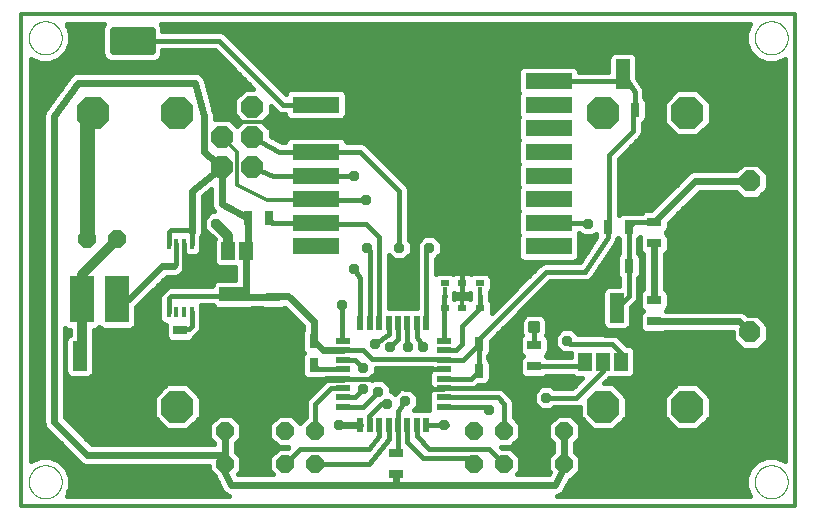
<source format=gtl>
G75*
%MOIN*%
%OFA0B0*%
%FSLAX25Y25*%
%IPPOS*%
%LPD*%
%AMOC8*
5,1,8,0,0,1.08239X$1,22.5*
%
%ADD10C,0.00000*%
%ADD11C,0.01200*%
%ADD12R,0.15748X0.05512*%
%ADD13R,0.04724X0.09843*%
%ADD14R,0.09843X0.04724*%
%ADD15R,0.07874X0.15748*%
%ADD16R,0.01575X0.03543*%
%ADD17R,0.04724X0.03150*%
%ADD18R,0.03150X0.04724*%
%ADD19OC8,0.06000*%
%ADD20R,0.04600X0.06300*%
%ADD21OC8,0.10950*%
%ADD22R,0.01575X0.06299*%
%ADD23R,0.03150X0.01969*%
%ADD24OC8,0.07400*%
%ADD25C,0.02362*%
%ADD26OC8,0.07000*%
%ADD27R,0.05000X0.02200*%
%ADD28R,0.02200X0.05000*%
%ADD29C,0.01181*%
%ADD30C,0.01600*%
%ADD31C,0.03200*%
%ADD32OC8,0.03562*%
%ADD33C,0.02400*%
%ADD34C,0.01800*%
%ADD35C,0.05000*%
D10*
X0004288Y0009800D02*
X0004290Y0009948D01*
X0004296Y0010096D01*
X0004306Y0010244D01*
X0004320Y0010391D01*
X0004338Y0010538D01*
X0004359Y0010684D01*
X0004385Y0010830D01*
X0004415Y0010975D01*
X0004448Y0011119D01*
X0004486Y0011262D01*
X0004527Y0011404D01*
X0004572Y0011545D01*
X0004620Y0011685D01*
X0004673Y0011824D01*
X0004729Y0011961D01*
X0004789Y0012096D01*
X0004852Y0012230D01*
X0004919Y0012362D01*
X0004990Y0012492D01*
X0005064Y0012620D01*
X0005141Y0012746D01*
X0005222Y0012870D01*
X0005306Y0012992D01*
X0005393Y0013111D01*
X0005484Y0013228D01*
X0005578Y0013343D01*
X0005674Y0013455D01*
X0005774Y0013565D01*
X0005876Y0013671D01*
X0005982Y0013775D01*
X0006090Y0013876D01*
X0006201Y0013974D01*
X0006314Y0014070D01*
X0006430Y0014162D01*
X0006548Y0014251D01*
X0006669Y0014336D01*
X0006792Y0014419D01*
X0006917Y0014498D01*
X0007044Y0014574D01*
X0007173Y0014646D01*
X0007304Y0014715D01*
X0007437Y0014780D01*
X0007572Y0014841D01*
X0007708Y0014899D01*
X0007845Y0014954D01*
X0007984Y0015004D01*
X0008125Y0015051D01*
X0008266Y0015094D01*
X0008409Y0015134D01*
X0008553Y0015169D01*
X0008697Y0015201D01*
X0008843Y0015228D01*
X0008989Y0015252D01*
X0009136Y0015272D01*
X0009283Y0015288D01*
X0009430Y0015300D01*
X0009578Y0015308D01*
X0009726Y0015312D01*
X0009874Y0015312D01*
X0010022Y0015308D01*
X0010170Y0015300D01*
X0010317Y0015288D01*
X0010464Y0015272D01*
X0010611Y0015252D01*
X0010757Y0015228D01*
X0010903Y0015201D01*
X0011047Y0015169D01*
X0011191Y0015134D01*
X0011334Y0015094D01*
X0011475Y0015051D01*
X0011616Y0015004D01*
X0011755Y0014954D01*
X0011892Y0014899D01*
X0012028Y0014841D01*
X0012163Y0014780D01*
X0012296Y0014715D01*
X0012427Y0014646D01*
X0012556Y0014574D01*
X0012683Y0014498D01*
X0012808Y0014419D01*
X0012931Y0014336D01*
X0013052Y0014251D01*
X0013170Y0014162D01*
X0013286Y0014070D01*
X0013399Y0013974D01*
X0013510Y0013876D01*
X0013618Y0013775D01*
X0013724Y0013671D01*
X0013826Y0013565D01*
X0013926Y0013455D01*
X0014022Y0013343D01*
X0014116Y0013228D01*
X0014207Y0013111D01*
X0014294Y0012992D01*
X0014378Y0012870D01*
X0014459Y0012746D01*
X0014536Y0012620D01*
X0014610Y0012492D01*
X0014681Y0012362D01*
X0014748Y0012230D01*
X0014811Y0012096D01*
X0014871Y0011961D01*
X0014927Y0011824D01*
X0014980Y0011685D01*
X0015028Y0011545D01*
X0015073Y0011404D01*
X0015114Y0011262D01*
X0015152Y0011119D01*
X0015185Y0010975D01*
X0015215Y0010830D01*
X0015241Y0010684D01*
X0015262Y0010538D01*
X0015280Y0010391D01*
X0015294Y0010244D01*
X0015304Y0010096D01*
X0015310Y0009948D01*
X0015312Y0009800D01*
X0015310Y0009652D01*
X0015304Y0009504D01*
X0015294Y0009356D01*
X0015280Y0009209D01*
X0015262Y0009062D01*
X0015241Y0008916D01*
X0015215Y0008770D01*
X0015185Y0008625D01*
X0015152Y0008481D01*
X0015114Y0008338D01*
X0015073Y0008196D01*
X0015028Y0008055D01*
X0014980Y0007915D01*
X0014927Y0007776D01*
X0014871Y0007639D01*
X0014811Y0007504D01*
X0014748Y0007370D01*
X0014681Y0007238D01*
X0014610Y0007108D01*
X0014536Y0006980D01*
X0014459Y0006854D01*
X0014378Y0006730D01*
X0014294Y0006608D01*
X0014207Y0006489D01*
X0014116Y0006372D01*
X0014022Y0006257D01*
X0013926Y0006145D01*
X0013826Y0006035D01*
X0013724Y0005929D01*
X0013618Y0005825D01*
X0013510Y0005724D01*
X0013399Y0005626D01*
X0013286Y0005530D01*
X0013170Y0005438D01*
X0013052Y0005349D01*
X0012931Y0005264D01*
X0012808Y0005181D01*
X0012683Y0005102D01*
X0012556Y0005026D01*
X0012427Y0004954D01*
X0012296Y0004885D01*
X0012163Y0004820D01*
X0012028Y0004759D01*
X0011892Y0004701D01*
X0011755Y0004646D01*
X0011616Y0004596D01*
X0011475Y0004549D01*
X0011334Y0004506D01*
X0011191Y0004466D01*
X0011047Y0004431D01*
X0010903Y0004399D01*
X0010757Y0004372D01*
X0010611Y0004348D01*
X0010464Y0004328D01*
X0010317Y0004312D01*
X0010170Y0004300D01*
X0010022Y0004292D01*
X0009874Y0004288D01*
X0009726Y0004288D01*
X0009578Y0004292D01*
X0009430Y0004300D01*
X0009283Y0004312D01*
X0009136Y0004328D01*
X0008989Y0004348D01*
X0008843Y0004372D01*
X0008697Y0004399D01*
X0008553Y0004431D01*
X0008409Y0004466D01*
X0008266Y0004506D01*
X0008125Y0004549D01*
X0007984Y0004596D01*
X0007845Y0004646D01*
X0007708Y0004701D01*
X0007572Y0004759D01*
X0007437Y0004820D01*
X0007304Y0004885D01*
X0007173Y0004954D01*
X0007044Y0005026D01*
X0006917Y0005102D01*
X0006792Y0005181D01*
X0006669Y0005264D01*
X0006548Y0005349D01*
X0006430Y0005438D01*
X0006314Y0005530D01*
X0006201Y0005626D01*
X0006090Y0005724D01*
X0005982Y0005825D01*
X0005876Y0005929D01*
X0005774Y0006035D01*
X0005674Y0006145D01*
X0005578Y0006257D01*
X0005484Y0006372D01*
X0005393Y0006489D01*
X0005306Y0006608D01*
X0005222Y0006730D01*
X0005141Y0006854D01*
X0005064Y0006980D01*
X0004990Y0007108D01*
X0004919Y0007238D01*
X0004852Y0007370D01*
X0004789Y0007504D01*
X0004729Y0007639D01*
X0004673Y0007776D01*
X0004620Y0007915D01*
X0004572Y0008055D01*
X0004527Y0008196D01*
X0004486Y0008338D01*
X0004448Y0008481D01*
X0004415Y0008625D01*
X0004385Y0008770D01*
X0004359Y0008916D01*
X0004338Y0009062D01*
X0004320Y0009209D01*
X0004306Y0009356D01*
X0004296Y0009504D01*
X0004290Y0009652D01*
X0004288Y0009800D01*
X0004288Y0157800D02*
X0004290Y0157948D01*
X0004296Y0158096D01*
X0004306Y0158244D01*
X0004320Y0158391D01*
X0004338Y0158538D01*
X0004359Y0158684D01*
X0004385Y0158830D01*
X0004415Y0158975D01*
X0004448Y0159119D01*
X0004486Y0159262D01*
X0004527Y0159404D01*
X0004572Y0159545D01*
X0004620Y0159685D01*
X0004673Y0159824D01*
X0004729Y0159961D01*
X0004789Y0160096D01*
X0004852Y0160230D01*
X0004919Y0160362D01*
X0004990Y0160492D01*
X0005064Y0160620D01*
X0005141Y0160746D01*
X0005222Y0160870D01*
X0005306Y0160992D01*
X0005393Y0161111D01*
X0005484Y0161228D01*
X0005578Y0161343D01*
X0005674Y0161455D01*
X0005774Y0161565D01*
X0005876Y0161671D01*
X0005982Y0161775D01*
X0006090Y0161876D01*
X0006201Y0161974D01*
X0006314Y0162070D01*
X0006430Y0162162D01*
X0006548Y0162251D01*
X0006669Y0162336D01*
X0006792Y0162419D01*
X0006917Y0162498D01*
X0007044Y0162574D01*
X0007173Y0162646D01*
X0007304Y0162715D01*
X0007437Y0162780D01*
X0007572Y0162841D01*
X0007708Y0162899D01*
X0007845Y0162954D01*
X0007984Y0163004D01*
X0008125Y0163051D01*
X0008266Y0163094D01*
X0008409Y0163134D01*
X0008553Y0163169D01*
X0008697Y0163201D01*
X0008843Y0163228D01*
X0008989Y0163252D01*
X0009136Y0163272D01*
X0009283Y0163288D01*
X0009430Y0163300D01*
X0009578Y0163308D01*
X0009726Y0163312D01*
X0009874Y0163312D01*
X0010022Y0163308D01*
X0010170Y0163300D01*
X0010317Y0163288D01*
X0010464Y0163272D01*
X0010611Y0163252D01*
X0010757Y0163228D01*
X0010903Y0163201D01*
X0011047Y0163169D01*
X0011191Y0163134D01*
X0011334Y0163094D01*
X0011475Y0163051D01*
X0011616Y0163004D01*
X0011755Y0162954D01*
X0011892Y0162899D01*
X0012028Y0162841D01*
X0012163Y0162780D01*
X0012296Y0162715D01*
X0012427Y0162646D01*
X0012556Y0162574D01*
X0012683Y0162498D01*
X0012808Y0162419D01*
X0012931Y0162336D01*
X0013052Y0162251D01*
X0013170Y0162162D01*
X0013286Y0162070D01*
X0013399Y0161974D01*
X0013510Y0161876D01*
X0013618Y0161775D01*
X0013724Y0161671D01*
X0013826Y0161565D01*
X0013926Y0161455D01*
X0014022Y0161343D01*
X0014116Y0161228D01*
X0014207Y0161111D01*
X0014294Y0160992D01*
X0014378Y0160870D01*
X0014459Y0160746D01*
X0014536Y0160620D01*
X0014610Y0160492D01*
X0014681Y0160362D01*
X0014748Y0160230D01*
X0014811Y0160096D01*
X0014871Y0159961D01*
X0014927Y0159824D01*
X0014980Y0159685D01*
X0015028Y0159545D01*
X0015073Y0159404D01*
X0015114Y0159262D01*
X0015152Y0159119D01*
X0015185Y0158975D01*
X0015215Y0158830D01*
X0015241Y0158684D01*
X0015262Y0158538D01*
X0015280Y0158391D01*
X0015294Y0158244D01*
X0015304Y0158096D01*
X0015310Y0157948D01*
X0015312Y0157800D01*
X0015310Y0157652D01*
X0015304Y0157504D01*
X0015294Y0157356D01*
X0015280Y0157209D01*
X0015262Y0157062D01*
X0015241Y0156916D01*
X0015215Y0156770D01*
X0015185Y0156625D01*
X0015152Y0156481D01*
X0015114Y0156338D01*
X0015073Y0156196D01*
X0015028Y0156055D01*
X0014980Y0155915D01*
X0014927Y0155776D01*
X0014871Y0155639D01*
X0014811Y0155504D01*
X0014748Y0155370D01*
X0014681Y0155238D01*
X0014610Y0155108D01*
X0014536Y0154980D01*
X0014459Y0154854D01*
X0014378Y0154730D01*
X0014294Y0154608D01*
X0014207Y0154489D01*
X0014116Y0154372D01*
X0014022Y0154257D01*
X0013926Y0154145D01*
X0013826Y0154035D01*
X0013724Y0153929D01*
X0013618Y0153825D01*
X0013510Y0153724D01*
X0013399Y0153626D01*
X0013286Y0153530D01*
X0013170Y0153438D01*
X0013052Y0153349D01*
X0012931Y0153264D01*
X0012808Y0153181D01*
X0012683Y0153102D01*
X0012556Y0153026D01*
X0012427Y0152954D01*
X0012296Y0152885D01*
X0012163Y0152820D01*
X0012028Y0152759D01*
X0011892Y0152701D01*
X0011755Y0152646D01*
X0011616Y0152596D01*
X0011475Y0152549D01*
X0011334Y0152506D01*
X0011191Y0152466D01*
X0011047Y0152431D01*
X0010903Y0152399D01*
X0010757Y0152372D01*
X0010611Y0152348D01*
X0010464Y0152328D01*
X0010317Y0152312D01*
X0010170Y0152300D01*
X0010022Y0152292D01*
X0009874Y0152288D01*
X0009726Y0152288D01*
X0009578Y0152292D01*
X0009430Y0152300D01*
X0009283Y0152312D01*
X0009136Y0152328D01*
X0008989Y0152348D01*
X0008843Y0152372D01*
X0008697Y0152399D01*
X0008553Y0152431D01*
X0008409Y0152466D01*
X0008266Y0152506D01*
X0008125Y0152549D01*
X0007984Y0152596D01*
X0007845Y0152646D01*
X0007708Y0152701D01*
X0007572Y0152759D01*
X0007437Y0152820D01*
X0007304Y0152885D01*
X0007173Y0152954D01*
X0007044Y0153026D01*
X0006917Y0153102D01*
X0006792Y0153181D01*
X0006669Y0153264D01*
X0006548Y0153349D01*
X0006430Y0153438D01*
X0006314Y0153530D01*
X0006201Y0153626D01*
X0006090Y0153724D01*
X0005982Y0153825D01*
X0005876Y0153929D01*
X0005774Y0154035D01*
X0005674Y0154145D01*
X0005578Y0154257D01*
X0005484Y0154372D01*
X0005393Y0154489D01*
X0005306Y0154608D01*
X0005222Y0154730D01*
X0005141Y0154854D01*
X0005064Y0154980D01*
X0004990Y0155108D01*
X0004919Y0155238D01*
X0004852Y0155370D01*
X0004789Y0155504D01*
X0004729Y0155639D01*
X0004673Y0155776D01*
X0004620Y0155915D01*
X0004572Y0156055D01*
X0004527Y0156196D01*
X0004486Y0156338D01*
X0004448Y0156481D01*
X0004415Y0156625D01*
X0004385Y0156770D01*
X0004359Y0156916D01*
X0004338Y0157062D01*
X0004320Y0157209D01*
X0004306Y0157356D01*
X0004296Y0157504D01*
X0004290Y0157652D01*
X0004288Y0157800D01*
X0246288Y0157800D02*
X0246290Y0157948D01*
X0246296Y0158096D01*
X0246306Y0158244D01*
X0246320Y0158391D01*
X0246338Y0158538D01*
X0246359Y0158684D01*
X0246385Y0158830D01*
X0246415Y0158975D01*
X0246448Y0159119D01*
X0246486Y0159262D01*
X0246527Y0159404D01*
X0246572Y0159545D01*
X0246620Y0159685D01*
X0246673Y0159824D01*
X0246729Y0159961D01*
X0246789Y0160096D01*
X0246852Y0160230D01*
X0246919Y0160362D01*
X0246990Y0160492D01*
X0247064Y0160620D01*
X0247141Y0160746D01*
X0247222Y0160870D01*
X0247306Y0160992D01*
X0247393Y0161111D01*
X0247484Y0161228D01*
X0247578Y0161343D01*
X0247674Y0161455D01*
X0247774Y0161565D01*
X0247876Y0161671D01*
X0247982Y0161775D01*
X0248090Y0161876D01*
X0248201Y0161974D01*
X0248314Y0162070D01*
X0248430Y0162162D01*
X0248548Y0162251D01*
X0248669Y0162336D01*
X0248792Y0162419D01*
X0248917Y0162498D01*
X0249044Y0162574D01*
X0249173Y0162646D01*
X0249304Y0162715D01*
X0249437Y0162780D01*
X0249572Y0162841D01*
X0249708Y0162899D01*
X0249845Y0162954D01*
X0249984Y0163004D01*
X0250125Y0163051D01*
X0250266Y0163094D01*
X0250409Y0163134D01*
X0250553Y0163169D01*
X0250697Y0163201D01*
X0250843Y0163228D01*
X0250989Y0163252D01*
X0251136Y0163272D01*
X0251283Y0163288D01*
X0251430Y0163300D01*
X0251578Y0163308D01*
X0251726Y0163312D01*
X0251874Y0163312D01*
X0252022Y0163308D01*
X0252170Y0163300D01*
X0252317Y0163288D01*
X0252464Y0163272D01*
X0252611Y0163252D01*
X0252757Y0163228D01*
X0252903Y0163201D01*
X0253047Y0163169D01*
X0253191Y0163134D01*
X0253334Y0163094D01*
X0253475Y0163051D01*
X0253616Y0163004D01*
X0253755Y0162954D01*
X0253892Y0162899D01*
X0254028Y0162841D01*
X0254163Y0162780D01*
X0254296Y0162715D01*
X0254427Y0162646D01*
X0254556Y0162574D01*
X0254683Y0162498D01*
X0254808Y0162419D01*
X0254931Y0162336D01*
X0255052Y0162251D01*
X0255170Y0162162D01*
X0255286Y0162070D01*
X0255399Y0161974D01*
X0255510Y0161876D01*
X0255618Y0161775D01*
X0255724Y0161671D01*
X0255826Y0161565D01*
X0255926Y0161455D01*
X0256022Y0161343D01*
X0256116Y0161228D01*
X0256207Y0161111D01*
X0256294Y0160992D01*
X0256378Y0160870D01*
X0256459Y0160746D01*
X0256536Y0160620D01*
X0256610Y0160492D01*
X0256681Y0160362D01*
X0256748Y0160230D01*
X0256811Y0160096D01*
X0256871Y0159961D01*
X0256927Y0159824D01*
X0256980Y0159685D01*
X0257028Y0159545D01*
X0257073Y0159404D01*
X0257114Y0159262D01*
X0257152Y0159119D01*
X0257185Y0158975D01*
X0257215Y0158830D01*
X0257241Y0158684D01*
X0257262Y0158538D01*
X0257280Y0158391D01*
X0257294Y0158244D01*
X0257304Y0158096D01*
X0257310Y0157948D01*
X0257312Y0157800D01*
X0257310Y0157652D01*
X0257304Y0157504D01*
X0257294Y0157356D01*
X0257280Y0157209D01*
X0257262Y0157062D01*
X0257241Y0156916D01*
X0257215Y0156770D01*
X0257185Y0156625D01*
X0257152Y0156481D01*
X0257114Y0156338D01*
X0257073Y0156196D01*
X0257028Y0156055D01*
X0256980Y0155915D01*
X0256927Y0155776D01*
X0256871Y0155639D01*
X0256811Y0155504D01*
X0256748Y0155370D01*
X0256681Y0155238D01*
X0256610Y0155108D01*
X0256536Y0154980D01*
X0256459Y0154854D01*
X0256378Y0154730D01*
X0256294Y0154608D01*
X0256207Y0154489D01*
X0256116Y0154372D01*
X0256022Y0154257D01*
X0255926Y0154145D01*
X0255826Y0154035D01*
X0255724Y0153929D01*
X0255618Y0153825D01*
X0255510Y0153724D01*
X0255399Y0153626D01*
X0255286Y0153530D01*
X0255170Y0153438D01*
X0255052Y0153349D01*
X0254931Y0153264D01*
X0254808Y0153181D01*
X0254683Y0153102D01*
X0254556Y0153026D01*
X0254427Y0152954D01*
X0254296Y0152885D01*
X0254163Y0152820D01*
X0254028Y0152759D01*
X0253892Y0152701D01*
X0253755Y0152646D01*
X0253616Y0152596D01*
X0253475Y0152549D01*
X0253334Y0152506D01*
X0253191Y0152466D01*
X0253047Y0152431D01*
X0252903Y0152399D01*
X0252757Y0152372D01*
X0252611Y0152348D01*
X0252464Y0152328D01*
X0252317Y0152312D01*
X0252170Y0152300D01*
X0252022Y0152292D01*
X0251874Y0152288D01*
X0251726Y0152288D01*
X0251578Y0152292D01*
X0251430Y0152300D01*
X0251283Y0152312D01*
X0251136Y0152328D01*
X0250989Y0152348D01*
X0250843Y0152372D01*
X0250697Y0152399D01*
X0250553Y0152431D01*
X0250409Y0152466D01*
X0250266Y0152506D01*
X0250125Y0152549D01*
X0249984Y0152596D01*
X0249845Y0152646D01*
X0249708Y0152701D01*
X0249572Y0152759D01*
X0249437Y0152820D01*
X0249304Y0152885D01*
X0249173Y0152954D01*
X0249044Y0153026D01*
X0248917Y0153102D01*
X0248792Y0153181D01*
X0248669Y0153264D01*
X0248548Y0153349D01*
X0248430Y0153438D01*
X0248314Y0153530D01*
X0248201Y0153626D01*
X0248090Y0153724D01*
X0247982Y0153825D01*
X0247876Y0153929D01*
X0247774Y0154035D01*
X0247674Y0154145D01*
X0247578Y0154257D01*
X0247484Y0154372D01*
X0247393Y0154489D01*
X0247306Y0154608D01*
X0247222Y0154730D01*
X0247141Y0154854D01*
X0247064Y0154980D01*
X0246990Y0155108D01*
X0246919Y0155238D01*
X0246852Y0155370D01*
X0246789Y0155504D01*
X0246729Y0155639D01*
X0246673Y0155776D01*
X0246620Y0155915D01*
X0246572Y0156055D01*
X0246527Y0156196D01*
X0246486Y0156338D01*
X0246448Y0156481D01*
X0246415Y0156625D01*
X0246385Y0156770D01*
X0246359Y0156916D01*
X0246338Y0157062D01*
X0246320Y0157209D01*
X0246306Y0157356D01*
X0246296Y0157504D01*
X0246290Y0157652D01*
X0246288Y0157800D01*
X0246288Y0009800D02*
X0246290Y0009948D01*
X0246296Y0010096D01*
X0246306Y0010244D01*
X0246320Y0010391D01*
X0246338Y0010538D01*
X0246359Y0010684D01*
X0246385Y0010830D01*
X0246415Y0010975D01*
X0246448Y0011119D01*
X0246486Y0011262D01*
X0246527Y0011404D01*
X0246572Y0011545D01*
X0246620Y0011685D01*
X0246673Y0011824D01*
X0246729Y0011961D01*
X0246789Y0012096D01*
X0246852Y0012230D01*
X0246919Y0012362D01*
X0246990Y0012492D01*
X0247064Y0012620D01*
X0247141Y0012746D01*
X0247222Y0012870D01*
X0247306Y0012992D01*
X0247393Y0013111D01*
X0247484Y0013228D01*
X0247578Y0013343D01*
X0247674Y0013455D01*
X0247774Y0013565D01*
X0247876Y0013671D01*
X0247982Y0013775D01*
X0248090Y0013876D01*
X0248201Y0013974D01*
X0248314Y0014070D01*
X0248430Y0014162D01*
X0248548Y0014251D01*
X0248669Y0014336D01*
X0248792Y0014419D01*
X0248917Y0014498D01*
X0249044Y0014574D01*
X0249173Y0014646D01*
X0249304Y0014715D01*
X0249437Y0014780D01*
X0249572Y0014841D01*
X0249708Y0014899D01*
X0249845Y0014954D01*
X0249984Y0015004D01*
X0250125Y0015051D01*
X0250266Y0015094D01*
X0250409Y0015134D01*
X0250553Y0015169D01*
X0250697Y0015201D01*
X0250843Y0015228D01*
X0250989Y0015252D01*
X0251136Y0015272D01*
X0251283Y0015288D01*
X0251430Y0015300D01*
X0251578Y0015308D01*
X0251726Y0015312D01*
X0251874Y0015312D01*
X0252022Y0015308D01*
X0252170Y0015300D01*
X0252317Y0015288D01*
X0252464Y0015272D01*
X0252611Y0015252D01*
X0252757Y0015228D01*
X0252903Y0015201D01*
X0253047Y0015169D01*
X0253191Y0015134D01*
X0253334Y0015094D01*
X0253475Y0015051D01*
X0253616Y0015004D01*
X0253755Y0014954D01*
X0253892Y0014899D01*
X0254028Y0014841D01*
X0254163Y0014780D01*
X0254296Y0014715D01*
X0254427Y0014646D01*
X0254556Y0014574D01*
X0254683Y0014498D01*
X0254808Y0014419D01*
X0254931Y0014336D01*
X0255052Y0014251D01*
X0255170Y0014162D01*
X0255286Y0014070D01*
X0255399Y0013974D01*
X0255510Y0013876D01*
X0255618Y0013775D01*
X0255724Y0013671D01*
X0255826Y0013565D01*
X0255926Y0013455D01*
X0256022Y0013343D01*
X0256116Y0013228D01*
X0256207Y0013111D01*
X0256294Y0012992D01*
X0256378Y0012870D01*
X0256459Y0012746D01*
X0256536Y0012620D01*
X0256610Y0012492D01*
X0256681Y0012362D01*
X0256748Y0012230D01*
X0256811Y0012096D01*
X0256871Y0011961D01*
X0256927Y0011824D01*
X0256980Y0011685D01*
X0257028Y0011545D01*
X0257073Y0011404D01*
X0257114Y0011262D01*
X0257152Y0011119D01*
X0257185Y0010975D01*
X0257215Y0010830D01*
X0257241Y0010684D01*
X0257262Y0010538D01*
X0257280Y0010391D01*
X0257294Y0010244D01*
X0257304Y0010096D01*
X0257310Y0009948D01*
X0257312Y0009800D01*
X0257310Y0009652D01*
X0257304Y0009504D01*
X0257294Y0009356D01*
X0257280Y0009209D01*
X0257262Y0009062D01*
X0257241Y0008916D01*
X0257215Y0008770D01*
X0257185Y0008625D01*
X0257152Y0008481D01*
X0257114Y0008338D01*
X0257073Y0008196D01*
X0257028Y0008055D01*
X0256980Y0007915D01*
X0256927Y0007776D01*
X0256871Y0007639D01*
X0256811Y0007504D01*
X0256748Y0007370D01*
X0256681Y0007238D01*
X0256610Y0007108D01*
X0256536Y0006980D01*
X0256459Y0006854D01*
X0256378Y0006730D01*
X0256294Y0006608D01*
X0256207Y0006489D01*
X0256116Y0006372D01*
X0256022Y0006257D01*
X0255926Y0006145D01*
X0255826Y0006035D01*
X0255724Y0005929D01*
X0255618Y0005825D01*
X0255510Y0005724D01*
X0255399Y0005626D01*
X0255286Y0005530D01*
X0255170Y0005438D01*
X0255052Y0005349D01*
X0254931Y0005264D01*
X0254808Y0005181D01*
X0254683Y0005102D01*
X0254556Y0005026D01*
X0254427Y0004954D01*
X0254296Y0004885D01*
X0254163Y0004820D01*
X0254028Y0004759D01*
X0253892Y0004701D01*
X0253755Y0004646D01*
X0253616Y0004596D01*
X0253475Y0004549D01*
X0253334Y0004506D01*
X0253191Y0004466D01*
X0253047Y0004431D01*
X0252903Y0004399D01*
X0252757Y0004372D01*
X0252611Y0004348D01*
X0252464Y0004328D01*
X0252317Y0004312D01*
X0252170Y0004300D01*
X0252022Y0004292D01*
X0251874Y0004288D01*
X0251726Y0004288D01*
X0251578Y0004292D01*
X0251430Y0004300D01*
X0251283Y0004312D01*
X0251136Y0004328D01*
X0250989Y0004348D01*
X0250843Y0004372D01*
X0250697Y0004399D01*
X0250553Y0004431D01*
X0250409Y0004466D01*
X0250266Y0004506D01*
X0250125Y0004549D01*
X0249984Y0004596D01*
X0249845Y0004646D01*
X0249708Y0004701D01*
X0249572Y0004759D01*
X0249437Y0004820D01*
X0249304Y0004885D01*
X0249173Y0004954D01*
X0249044Y0005026D01*
X0248917Y0005102D01*
X0248792Y0005181D01*
X0248669Y0005264D01*
X0248548Y0005349D01*
X0248430Y0005438D01*
X0248314Y0005530D01*
X0248201Y0005626D01*
X0248090Y0005724D01*
X0247982Y0005825D01*
X0247876Y0005929D01*
X0247774Y0006035D01*
X0247674Y0006145D01*
X0247578Y0006257D01*
X0247484Y0006372D01*
X0247393Y0006489D01*
X0247306Y0006608D01*
X0247222Y0006730D01*
X0247141Y0006854D01*
X0247064Y0006980D01*
X0246990Y0007108D01*
X0246919Y0007238D01*
X0246852Y0007370D01*
X0246789Y0007504D01*
X0246729Y0007639D01*
X0246673Y0007776D01*
X0246620Y0007915D01*
X0246572Y0008055D01*
X0246527Y0008196D01*
X0246486Y0008338D01*
X0246448Y0008481D01*
X0246415Y0008625D01*
X0246385Y0008770D01*
X0246359Y0008916D01*
X0246338Y0009062D01*
X0246320Y0009209D01*
X0246306Y0009356D01*
X0246296Y0009504D01*
X0246290Y0009652D01*
X0246288Y0009800D01*
D11*
X0001800Y0001800D02*
X0001800Y0165501D01*
X0001800Y0165800D02*
X0259800Y0165800D01*
X0259800Y0001800D01*
X0259721Y0001800D02*
X0001800Y0001800D01*
X0073800Y0108800D02*
X0083800Y0103800D01*
X0099831Y0103800D01*
X0100020Y0103989D01*
X0073800Y0108800D02*
X0073800Y0119800D01*
X0068800Y0124800D01*
X0073800Y0129800D02*
X0068800Y0134800D01*
X0073800Y0129800D02*
X0087800Y0129800D01*
X0091800Y0127800D01*
X0099831Y0127800D01*
X0100020Y0127611D01*
D12*
X0100020Y0127611D03*
X0100020Y0135485D03*
X0100020Y0143359D03*
X0100020Y0119737D03*
X0100020Y0111863D03*
X0100020Y0103989D03*
X0100020Y0096115D03*
X0100020Y0088241D03*
X0177580Y0088241D03*
X0177580Y0096115D03*
X0177580Y0103989D03*
X0177580Y0111863D03*
X0177580Y0119737D03*
X0177580Y0127611D03*
X0177580Y0135485D03*
X0177580Y0143359D03*
D13*
X0202304Y0145800D03*
X0215296Y0145800D03*
X0200296Y0067800D03*
X0187304Y0067800D03*
X0034296Y0051800D03*
X0021304Y0051800D03*
D14*
X0072800Y0059304D03*
X0072800Y0072296D03*
D15*
X0033706Y0070800D03*
X0021894Y0070800D03*
D16*
X0050961Y0066383D03*
X0053520Y0066383D03*
X0056080Y0066383D03*
X0058639Y0066383D03*
X0058639Y0089217D03*
X0056080Y0089217D03*
X0053520Y0089217D03*
X0050961Y0089217D03*
D17*
X0085800Y0071343D03*
X0085800Y0064257D03*
X0054800Y0060343D03*
X0054800Y0053257D03*
X0126800Y0019343D03*
X0126800Y0012257D03*
X0172800Y0048257D03*
X0172800Y0055343D03*
X0212800Y0063257D03*
X0212800Y0070343D03*
X0212800Y0089257D03*
X0212800Y0096343D03*
D18*
X0204343Y0094800D03*
X0197257Y0094800D03*
X0197257Y0081800D03*
X0204343Y0081800D03*
X0161343Y0055800D03*
X0154257Y0055800D03*
X0154257Y0046800D03*
X0161343Y0046800D03*
X0099343Y0048800D03*
X0092257Y0048800D03*
X0092257Y0056800D03*
X0099343Y0056800D03*
X0084343Y0097800D03*
X0077257Y0097800D03*
X0206257Y0133800D03*
X0213343Y0133800D03*
D19*
X0182800Y0026800D03*
X0172800Y0026800D03*
X0162800Y0026800D03*
X0152800Y0026800D03*
X0152800Y0015800D03*
X0162800Y0015800D03*
X0172800Y0015800D03*
X0182800Y0015800D03*
X0099800Y0015800D03*
X0089800Y0015800D03*
X0079800Y0015800D03*
X0069800Y0015800D03*
X0069800Y0026800D03*
X0079800Y0026800D03*
X0089800Y0026800D03*
X0099800Y0026800D03*
X0033800Y0090800D03*
X0023800Y0090800D03*
D20*
X0070800Y0086800D03*
X0076800Y0086800D03*
X0189800Y0049800D03*
X0195800Y0049800D03*
X0201800Y0049800D03*
D21*
X0195800Y0034800D03*
X0223800Y0034800D03*
X0223800Y0132800D03*
X0195800Y0132800D03*
X0053800Y0132800D03*
X0025800Y0132800D03*
X0025800Y0034800D03*
X0053800Y0034800D03*
D22*
X0142894Y0071800D03*
X0148800Y0071800D03*
X0154706Y0071800D03*
D23*
X0154706Y0067666D03*
X0148800Y0067666D03*
X0142894Y0067666D03*
X0142894Y0075934D03*
X0148800Y0075934D03*
X0154706Y0075934D03*
D24*
X0078800Y0114800D03*
X0068800Y0114800D03*
X0068800Y0124800D03*
X0078800Y0124800D03*
X0078800Y0134800D03*
X0068800Y0134800D03*
D25*
X0045296Y0153257D02*
X0032304Y0153257D01*
X0032304Y0160343D01*
X0045296Y0160343D01*
X0045296Y0153257D01*
X0045296Y0155618D02*
X0032304Y0155618D01*
X0032304Y0157979D02*
X0045296Y0157979D01*
X0045296Y0160340D02*
X0032304Y0160340D01*
D26*
X0244800Y0109997D03*
X0244800Y0059603D03*
D27*
X0142700Y0056824D03*
X0142700Y0053674D03*
X0142700Y0050524D03*
X0142700Y0047375D03*
X0142700Y0044225D03*
X0142700Y0041076D03*
X0142700Y0037926D03*
X0142700Y0034776D03*
X0108900Y0034776D03*
X0108900Y0037926D03*
X0108900Y0041076D03*
X0108900Y0044225D03*
X0108900Y0047375D03*
X0108900Y0050524D03*
X0108900Y0053674D03*
X0108900Y0056824D03*
D28*
X0114776Y0062700D03*
X0117926Y0062700D03*
X0121076Y0062700D03*
X0124225Y0062700D03*
X0127375Y0062700D03*
X0130524Y0062700D03*
X0133674Y0062700D03*
X0136824Y0062700D03*
X0136824Y0028900D03*
X0133674Y0028900D03*
X0130524Y0028900D03*
X0127375Y0028900D03*
X0124225Y0028900D03*
X0121076Y0028900D03*
X0117926Y0028900D03*
X0114776Y0028900D03*
D29*
X0171422Y0059969D02*
X0174178Y0059969D01*
X0171422Y0059969D02*
X0171422Y0062725D01*
X0174178Y0062725D01*
X0174178Y0059969D01*
X0174178Y0061149D02*
X0171422Y0061149D01*
X0171422Y0062329D02*
X0174178Y0062329D01*
X0174178Y0066875D02*
X0171422Y0066875D01*
X0171422Y0069631D01*
X0174178Y0069631D01*
X0174178Y0066875D01*
X0174178Y0068055D02*
X0171422Y0068055D01*
X0171422Y0069235D02*
X0174178Y0069235D01*
D30*
X0172800Y0068253D02*
X0171253Y0068253D01*
X0161800Y0058800D01*
X0161800Y0056257D01*
X0161343Y0055800D01*
X0161343Y0046800D01*
X0160800Y0046257D01*
X0160800Y0044800D01*
X0172800Y0032800D01*
X0172800Y0026800D01*
X0172800Y0015800D01*
X0168200Y0016187D02*
X0177400Y0016187D01*
X0177400Y0017785D02*
X0168200Y0017785D01*
X0168200Y0018037D02*
X0165037Y0021200D01*
X0161925Y0021200D01*
X0161725Y0021400D01*
X0165037Y0021400D01*
X0168200Y0024563D01*
X0168200Y0029037D01*
X0166000Y0031237D01*
X0166000Y0036437D01*
X0165513Y0037613D01*
X0164613Y0038513D01*
X0162487Y0040639D01*
X0161311Y0041126D01*
X0152562Y0041126D01*
X0153495Y0041512D01*
X0154020Y0042038D01*
X0156309Y0042038D01*
X0157191Y0042403D01*
X0157866Y0043078D01*
X0158231Y0043960D01*
X0158231Y0049640D01*
X0157866Y0050522D01*
X0157457Y0050931D01*
X0157457Y0051669D01*
X0157866Y0052078D01*
X0158231Y0052960D01*
X0158231Y0056706D01*
X0178125Y0076600D01*
X0189504Y0076600D01*
X0189839Y0076538D01*
X0190135Y0076600D01*
X0190437Y0076600D01*
X0190751Y0076730D01*
X0191085Y0076801D01*
X0191334Y0076972D01*
X0191613Y0077087D01*
X0191854Y0077328D01*
X0192135Y0077521D01*
X0192299Y0077774D01*
X0192513Y0077987D01*
X0192643Y0078302D01*
X0199756Y0089231D01*
X0199970Y0089444D01*
X0200100Y0089759D01*
X0200286Y0090045D01*
X0200341Y0090341D01*
X0200457Y0090620D01*
X0200457Y0090669D01*
X0200800Y0091012D01*
X0201143Y0090669D01*
X0201143Y0085931D01*
X0200734Y0085522D01*
X0200369Y0084640D01*
X0200369Y0078960D01*
X0200734Y0078078D01*
X0201143Y0077669D01*
X0201143Y0075121D01*
X0197456Y0075121D01*
X0196574Y0074756D01*
X0195899Y0074081D01*
X0195534Y0073199D01*
X0195534Y0062401D01*
X0195899Y0061519D01*
X0196574Y0060844D01*
X0197456Y0060479D01*
X0203136Y0060479D01*
X0204018Y0060844D01*
X0204693Y0061519D01*
X0205058Y0062401D01*
X0205058Y0068037D01*
X0207056Y0070035D01*
X0207543Y0071211D01*
X0207543Y0077669D01*
X0207953Y0078078D01*
X0208318Y0078960D01*
X0208318Y0084640D01*
X0207953Y0085522D01*
X0207543Y0085931D01*
X0207543Y0090669D01*
X0207953Y0091078D01*
X0208038Y0091284D01*
X0208038Y0087204D01*
X0208403Y0086322D01*
X0209078Y0085647D01*
X0209200Y0085597D01*
X0209200Y0074003D01*
X0209078Y0073953D01*
X0208403Y0073278D01*
X0208038Y0072395D01*
X0208038Y0068291D01*
X0208403Y0067409D01*
X0209012Y0066800D01*
X0208403Y0066191D01*
X0208038Y0065309D01*
X0208038Y0061204D01*
X0208403Y0060322D01*
X0209078Y0059647D01*
X0209960Y0059282D01*
X0215640Y0059282D01*
X0216522Y0059647D01*
X0216531Y0059657D01*
X0238900Y0059657D01*
X0238900Y0057159D01*
X0242356Y0053703D01*
X0247244Y0053703D01*
X0250700Y0057159D01*
X0250700Y0062047D01*
X0247244Y0065503D01*
X0243991Y0065503D01*
X0243186Y0066309D01*
X0241863Y0066857D01*
X0216644Y0066857D01*
X0217197Y0067409D01*
X0217562Y0068291D01*
X0217562Y0072395D01*
X0217197Y0073278D01*
X0216522Y0073953D01*
X0216400Y0074003D01*
X0216400Y0085597D01*
X0216522Y0085647D01*
X0217197Y0086322D01*
X0217562Y0087204D01*
X0217562Y0091309D01*
X0217197Y0092191D01*
X0216588Y0092800D01*
X0217197Y0093409D01*
X0217562Y0094291D01*
X0217562Y0096014D01*
X0227945Y0106397D01*
X0240056Y0106397D01*
X0242356Y0104097D01*
X0247244Y0104097D01*
X0250700Y0107553D01*
X0250700Y0112441D01*
X0247244Y0115897D01*
X0242356Y0115897D01*
X0240056Y0113597D01*
X0225737Y0113597D01*
X0224414Y0113049D01*
X0223402Y0112036D01*
X0211684Y0100318D01*
X0209960Y0100318D01*
X0209078Y0099953D01*
X0208669Y0099543D01*
X0206441Y0099543D01*
X0206395Y0099562D01*
X0202291Y0099562D01*
X0201409Y0099197D01*
X0201000Y0098788D01*
X0201000Y0117475D01*
X0207613Y0124087D01*
X0208513Y0124987D01*
X0209000Y0126163D01*
X0209000Y0129324D01*
X0209191Y0129403D01*
X0209866Y0130078D01*
X0210231Y0130960D01*
X0210231Y0136640D01*
X0209866Y0137522D01*
X0209457Y0137931D01*
X0209457Y0139527D01*
X0209519Y0139838D01*
X0209457Y0140158D01*
X0209457Y0140484D01*
X0209335Y0140776D01*
X0209275Y0141087D01*
X0209094Y0141359D01*
X0208970Y0141660D01*
X0208746Y0141884D01*
X0207066Y0144413D01*
X0207066Y0151199D01*
X0206701Y0152081D01*
X0206026Y0152756D01*
X0205144Y0153121D01*
X0199464Y0153121D01*
X0198582Y0152756D01*
X0197907Y0152081D01*
X0197542Y0151199D01*
X0197542Y0146559D01*
X0187854Y0146559D01*
X0187854Y0146592D01*
X0187488Y0147474D01*
X0186813Y0148150D01*
X0185931Y0148515D01*
X0169228Y0148515D01*
X0168346Y0148150D01*
X0167671Y0147474D01*
X0167306Y0146592D01*
X0167306Y0140126D01*
X0167597Y0139422D01*
X0167306Y0138718D01*
X0167306Y0132252D01*
X0167597Y0131548D01*
X0167306Y0130844D01*
X0167306Y0124378D01*
X0167597Y0123674D01*
X0167306Y0122970D01*
X0167306Y0116504D01*
X0167597Y0115800D01*
X0167306Y0115096D01*
X0167306Y0108630D01*
X0167597Y0107926D01*
X0167306Y0107222D01*
X0167306Y0100756D01*
X0167597Y0100052D01*
X0167306Y0099348D01*
X0167306Y0092882D01*
X0167597Y0092178D01*
X0167306Y0091474D01*
X0167306Y0085008D01*
X0167671Y0084126D01*
X0168346Y0083450D01*
X0169228Y0083085D01*
X0185931Y0083085D01*
X0186813Y0083450D01*
X0187488Y0084126D01*
X0187854Y0085008D01*
X0187854Y0091474D01*
X0187562Y0092178D01*
X0187839Y0092848D01*
X0189068Y0091619D01*
X0192532Y0091619D01*
X0193282Y0092369D01*
X0193282Y0091960D01*
X0193521Y0091383D01*
X0188065Y0083000D01*
X0176163Y0083000D01*
X0174987Y0082513D01*
X0174087Y0081613D01*
X0174087Y0081613D01*
X0158680Y0066206D01*
X0158680Y0069128D01*
X0158315Y0070010D01*
X0158000Y0070325D01*
X0158000Y0072342D01*
X0157893Y0072601D01*
X0157893Y0073168D01*
X0158315Y0073590D01*
X0158680Y0074472D01*
X0158680Y0077395D01*
X0158315Y0078278D01*
X0157640Y0078953D01*
X0156758Y0079318D01*
X0152653Y0079318D01*
X0151771Y0078953D01*
X0151753Y0078934D01*
X0151734Y0078953D01*
X0150852Y0079318D01*
X0146748Y0079318D01*
X0145866Y0078953D01*
X0145847Y0078934D01*
X0145829Y0078953D01*
X0144947Y0079318D01*
X0140842Y0079318D01*
X0140024Y0078979D01*
X0140024Y0084111D01*
X0141981Y0086068D01*
X0141981Y0089532D01*
X0139532Y0091981D01*
X0136068Y0091981D01*
X0133619Y0089532D01*
X0133619Y0086068D01*
X0133624Y0086063D01*
X0133624Y0067600D01*
X0124276Y0067600D01*
X0124276Y0085411D01*
X0126068Y0083619D01*
X0129532Y0083619D01*
X0131981Y0086068D01*
X0131981Y0089532D01*
X0131000Y0090513D01*
X0131000Y0107437D01*
X0130513Y0108613D01*
X0116676Y0122450D01*
X0115500Y0122937D01*
X0110294Y0122937D01*
X0110294Y0122970D01*
X0109929Y0123852D01*
X0109254Y0124528D01*
X0108372Y0124893D01*
X0091669Y0124893D01*
X0090787Y0124528D01*
X0090112Y0123852D01*
X0089759Y0123000D01*
X0088629Y0123000D01*
X0084900Y0125072D01*
X0084900Y0127327D01*
X0082427Y0129800D01*
X0084900Y0132273D01*
X0084900Y0135175D01*
X0087302Y0132772D01*
X0088478Y0132285D01*
X0089746Y0132285D01*
X0089746Y0132252D01*
X0090112Y0131370D01*
X0090787Y0130695D01*
X0091669Y0130329D01*
X0108372Y0130329D01*
X0109254Y0130695D01*
X0109929Y0131370D01*
X0110294Y0132252D01*
X0110294Y0138718D01*
X0109929Y0139600D01*
X0109254Y0140276D01*
X0108372Y0140641D01*
X0091669Y0140641D01*
X0090787Y0140276D01*
X0090112Y0139600D01*
X0089940Y0139185D01*
X0070513Y0158613D01*
X0069613Y0159513D01*
X0068437Y0160000D01*
X0048877Y0160000D01*
X0048877Y0161056D01*
X0048332Y0162372D01*
X0048304Y0162400D01*
X0244709Y0162400D01*
X0243488Y0159453D01*
X0243488Y0156147D01*
X0244754Y0153092D01*
X0247092Y0150754D01*
X0250147Y0149488D01*
X0253453Y0149488D01*
X0256400Y0150709D01*
X0256400Y0016891D01*
X0253453Y0018112D01*
X0250147Y0018112D01*
X0247092Y0016846D01*
X0244754Y0014508D01*
X0243488Y0011453D01*
X0243488Y0008147D01*
X0244709Y0005200D01*
X0180384Y0005200D01*
X0180384Y0005200D01*
X0180516Y0005200D01*
X0181060Y0005425D01*
X0181618Y0005611D01*
X0181717Y0005698D01*
X0181839Y0005748D01*
X0182255Y0006164D01*
X0182700Y0006550D01*
X0182759Y0006667D01*
X0182852Y0006761D01*
X0183077Y0007304D01*
X0184625Y0010400D01*
X0185037Y0010400D01*
X0188200Y0013563D01*
X0188200Y0018037D01*
X0186400Y0019837D01*
X0186400Y0022763D01*
X0188200Y0024563D01*
X0188200Y0029037D01*
X0185037Y0032200D01*
X0180563Y0032200D01*
X0177400Y0029037D01*
X0177400Y0024563D01*
X0179200Y0022763D01*
X0179200Y0019837D01*
X0177400Y0018037D01*
X0177400Y0013563D01*
X0177904Y0013059D01*
X0177575Y0012400D01*
X0167037Y0012400D01*
X0168200Y0013563D01*
X0168200Y0018037D01*
X0166853Y0019384D02*
X0178747Y0019384D01*
X0179200Y0020982D02*
X0165255Y0020982D01*
X0166217Y0022581D02*
X0179200Y0022581D01*
X0177784Y0024179D02*
X0167816Y0024179D01*
X0168200Y0025778D02*
X0177400Y0025778D01*
X0177400Y0027376D02*
X0168200Y0027376D01*
X0168200Y0028975D02*
X0177400Y0028975D01*
X0178936Y0030573D02*
X0166664Y0030573D01*
X0166000Y0032172D02*
X0180535Y0032172D01*
X0178683Y0033770D02*
X0187925Y0033770D01*
X0187437Y0034600D02*
X0187925Y0034802D01*
X0187925Y0031538D01*
X0192538Y0026925D01*
X0199062Y0026925D01*
X0203675Y0031538D01*
X0203675Y0038062D01*
X0199062Y0042675D01*
X0196200Y0042675D01*
X0197613Y0044087D01*
X0197775Y0044250D01*
X0198577Y0044250D01*
X0198800Y0044342D01*
X0199023Y0044250D01*
X0204577Y0044250D01*
X0205459Y0044615D01*
X0206135Y0045291D01*
X0206500Y0046173D01*
X0206500Y0053427D01*
X0206135Y0054309D01*
X0205459Y0054985D01*
X0204577Y0055350D01*
X0203775Y0055350D01*
X0201513Y0057613D01*
X0200613Y0058513D01*
X0199437Y0059000D01*
X0187513Y0059000D01*
X0185532Y0060981D01*
X0182068Y0060981D01*
X0179619Y0058532D01*
X0179619Y0055068D01*
X0182068Y0052619D01*
X0184118Y0052619D01*
X0184163Y0052600D01*
X0185100Y0052600D01*
X0185100Y0051457D01*
X0176931Y0051457D01*
X0176588Y0051800D01*
X0177197Y0052409D01*
X0177562Y0053291D01*
X0177562Y0057395D01*
X0177197Y0058278D01*
X0176856Y0058619D01*
X0177168Y0059374D01*
X0177168Y0063320D01*
X0176713Y0064419D01*
X0175872Y0065260D01*
X0174773Y0065716D01*
X0170827Y0065716D01*
X0169728Y0065260D01*
X0168887Y0064419D01*
X0168431Y0063320D01*
X0168431Y0059374D01*
X0168744Y0058619D01*
X0168403Y0058278D01*
X0168038Y0057395D01*
X0168038Y0053291D01*
X0168403Y0052409D01*
X0169012Y0051800D01*
X0168403Y0051191D01*
X0168038Y0050309D01*
X0168038Y0046204D01*
X0168403Y0045322D01*
X0169078Y0044647D01*
X0169960Y0044282D01*
X0175640Y0044282D01*
X0176522Y0044647D01*
X0176931Y0045057D01*
X0185699Y0045057D01*
X0186141Y0044615D01*
X0187023Y0044250D01*
X0188725Y0044250D01*
X0185475Y0041000D01*
X0179513Y0041000D01*
X0178532Y0041981D01*
X0175068Y0041981D01*
X0172619Y0039532D01*
X0172619Y0036068D01*
X0175068Y0033619D01*
X0178532Y0033619D01*
X0179513Y0034600D01*
X0187437Y0034600D01*
X0187925Y0032172D02*
X0185065Y0032172D01*
X0186664Y0030573D02*
X0188890Y0030573D01*
X0188200Y0028975D02*
X0190488Y0028975D01*
X0192087Y0027376D02*
X0188200Y0027376D01*
X0188200Y0025778D02*
X0256400Y0025778D01*
X0256400Y0027376D02*
X0227513Y0027376D01*
X0227062Y0026925D02*
X0231675Y0031538D01*
X0231675Y0038062D01*
X0227062Y0042675D01*
X0220538Y0042675D01*
X0215925Y0038062D01*
X0215925Y0031538D01*
X0220538Y0026925D01*
X0227062Y0026925D01*
X0229112Y0028975D02*
X0256400Y0028975D01*
X0256400Y0030573D02*
X0230710Y0030573D01*
X0231675Y0032172D02*
X0256400Y0032172D01*
X0256400Y0033770D02*
X0231675Y0033770D01*
X0231675Y0035369D02*
X0256400Y0035369D01*
X0256400Y0036967D02*
X0231675Y0036967D01*
X0231171Y0038566D02*
X0256400Y0038566D01*
X0256400Y0040164D02*
X0229573Y0040164D01*
X0227974Y0041763D02*
X0256400Y0041763D01*
X0256400Y0043361D02*
X0196887Y0043361D01*
X0199974Y0041763D02*
X0219626Y0041763D01*
X0218027Y0040164D02*
X0201573Y0040164D01*
X0203171Y0038566D02*
X0216429Y0038566D01*
X0215925Y0036967D02*
X0203675Y0036967D01*
X0203675Y0035369D02*
X0215925Y0035369D01*
X0215925Y0033770D02*
X0203675Y0033770D01*
X0203675Y0032172D02*
X0215925Y0032172D01*
X0216890Y0030573D02*
X0202710Y0030573D01*
X0201112Y0028975D02*
X0218488Y0028975D01*
X0220087Y0027376D02*
X0199513Y0027376D01*
X0187816Y0024179D02*
X0256400Y0024179D01*
X0256400Y0022581D02*
X0186400Y0022581D01*
X0186400Y0020982D02*
X0256400Y0020982D01*
X0256400Y0019384D02*
X0186853Y0019384D01*
X0188200Y0017785D02*
X0249358Y0017785D01*
X0246432Y0016187D02*
X0188200Y0016187D01*
X0188200Y0014588D02*
X0244833Y0014588D01*
X0244125Y0012990D02*
X0187626Y0012990D01*
X0186028Y0011391D02*
X0243488Y0011391D01*
X0243488Y0009793D02*
X0184321Y0009793D01*
X0183522Y0008194D02*
X0243488Y0008194D01*
X0244131Y0006596D02*
X0182723Y0006596D01*
X0177870Y0012990D02*
X0167626Y0012990D01*
X0168200Y0014588D02*
X0177400Y0014588D01*
X0162800Y0015800D02*
X0157800Y0020800D01*
X0137800Y0020800D01*
X0133674Y0024926D01*
X0133674Y0028900D01*
X0136824Y0028900D02*
X0136824Y0028776D01*
X0143776Y0028776D01*
X0142800Y0028800D01*
X0142700Y0034776D02*
X0156824Y0034776D01*
X0157800Y0033800D01*
X0160674Y0037926D02*
X0162800Y0035800D01*
X0162800Y0026800D01*
X0166000Y0033770D02*
X0174917Y0033770D01*
X0173318Y0035369D02*
X0166000Y0035369D01*
X0165780Y0036967D02*
X0172619Y0036967D01*
X0172619Y0038566D02*
X0164560Y0038566D01*
X0162961Y0040164D02*
X0173251Y0040164D01*
X0174850Y0041763D02*
X0153745Y0041763D01*
X0151682Y0044225D02*
X0154257Y0046800D01*
X0154257Y0055800D01*
X0154257Y0057257D01*
X0176800Y0079800D01*
X0189800Y0079800D01*
X0197257Y0091257D01*
X0197257Y0094800D01*
X0197800Y0095343D01*
X0197800Y0118800D01*
X0205800Y0126800D01*
X0205800Y0133343D01*
X0206257Y0133800D01*
X0206257Y0139847D01*
X0202304Y0145800D01*
X0200863Y0143359D01*
X0177580Y0143359D01*
X0167584Y0147265D02*
X0081861Y0147265D01*
X0080262Y0148863D02*
X0197542Y0148863D01*
X0197542Y0147265D02*
X0187575Y0147265D01*
X0197542Y0150462D02*
X0078664Y0150462D01*
X0077065Y0152060D02*
X0197899Y0152060D01*
X0206709Y0152060D02*
X0245785Y0152060D01*
X0244519Y0153659D02*
X0075467Y0153659D01*
X0073868Y0155257D02*
X0243857Y0155257D01*
X0243488Y0156856D02*
X0072270Y0156856D01*
X0070671Y0158454D02*
X0243488Y0158454D01*
X0243736Y0160053D02*
X0048877Y0160053D01*
X0048630Y0161651D02*
X0244399Y0161651D01*
X0247797Y0150462D02*
X0207066Y0150462D01*
X0207066Y0148863D02*
X0256400Y0148863D01*
X0256400Y0147265D02*
X0207066Y0147265D01*
X0207066Y0145666D02*
X0256400Y0145666D01*
X0256400Y0144068D02*
X0207296Y0144068D01*
X0208357Y0142469D02*
X0256400Y0142469D01*
X0256400Y0140870D02*
X0209317Y0140870D01*
X0209457Y0139272D02*
X0219135Y0139272D01*
X0220538Y0140675D02*
X0215925Y0136062D01*
X0215925Y0129538D01*
X0220538Y0124925D01*
X0227062Y0124925D01*
X0231675Y0129538D01*
X0231675Y0136062D01*
X0227062Y0140675D01*
X0220538Y0140675D01*
X0217537Y0137673D02*
X0209714Y0137673D01*
X0210231Y0136075D02*
X0215938Y0136075D01*
X0215925Y0134476D02*
X0210231Y0134476D01*
X0210231Y0132878D02*
X0215925Y0132878D01*
X0215925Y0131279D02*
X0210231Y0131279D01*
X0209469Y0129681D02*
X0215925Y0129681D01*
X0217381Y0128082D02*
X0209000Y0128082D01*
X0209000Y0126484D02*
X0218979Y0126484D01*
X0213343Y0133800D02*
X0213343Y0143847D01*
X0215296Y0145800D01*
X0215296Y0153304D01*
X0213800Y0153800D01*
X0221800Y0153800D01*
X0255800Y0119800D01*
X0255800Y0055800D01*
X0251800Y0051800D01*
X0226800Y0052800D01*
X0215800Y0058800D01*
X0196304Y0058800D01*
X0187304Y0067800D01*
X0187800Y0065304D01*
X0187304Y0067800D02*
X0184851Y0068253D01*
X0172800Y0068253D01*
X0170463Y0068937D02*
X0195534Y0068937D01*
X0195534Y0067339D02*
X0168864Y0067339D01*
X0167266Y0065740D02*
X0195534Y0065740D01*
X0195534Y0064142D02*
X0176828Y0064142D01*
X0177168Y0062543D02*
X0195534Y0062543D01*
X0196474Y0060945D02*
X0185568Y0060945D01*
X0187167Y0059346D02*
X0209805Y0059346D01*
X0208145Y0060945D02*
X0204119Y0060945D01*
X0205058Y0062543D02*
X0208038Y0062543D01*
X0208038Y0064142D02*
X0205058Y0064142D01*
X0205058Y0065740D02*
X0208217Y0065740D01*
X0208473Y0067339D02*
X0205058Y0067339D01*
X0205959Y0068937D02*
X0208038Y0068937D01*
X0208038Y0070536D02*
X0207264Y0070536D01*
X0207543Y0072134D02*
X0208038Y0072134D01*
X0207543Y0073733D02*
X0208859Y0073733D01*
X0209200Y0075332D02*
X0207543Y0075332D01*
X0207543Y0076930D02*
X0209200Y0076930D01*
X0209200Y0078529D02*
X0208139Y0078529D01*
X0208318Y0080127D02*
X0209200Y0080127D01*
X0209200Y0081726D02*
X0208318Y0081726D01*
X0208318Y0083324D02*
X0209200Y0083324D01*
X0209200Y0084923D02*
X0208201Y0084923D01*
X0208321Y0086521D02*
X0207543Y0086521D01*
X0207543Y0088120D02*
X0208038Y0088120D01*
X0208038Y0089718D02*
X0207543Y0089718D01*
X0204343Y0094800D02*
X0205887Y0096343D01*
X0212800Y0096343D01*
X0217660Y0096112D02*
X0256400Y0096112D01*
X0256400Y0094514D02*
X0217562Y0094514D01*
X0216703Y0092915D02*
X0256400Y0092915D01*
X0256400Y0091317D02*
X0217559Y0091317D01*
X0217562Y0089718D02*
X0256400Y0089718D01*
X0256400Y0088120D02*
X0217562Y0088120D01*
X0217279Y0086521D02*
X0256400Y0086521D01*
X0256400Y0084923D02*
X0216400Y0084923D01*
X0216400Y0083324D02*
X0256400Y0083324D01*
X0256400Y0081726D02*
X0216400Y0081726D01*
X0216400Y0080127D02*
X0256400Y0080127D01*
X0256400Y0078529D02*
X0216400Y0078529D01*
X0216400Y0076930D02*
X0256400Y0076930D01*
X0256400Y0075332D02*
X0216400Y0075332D01*
X0216741Y0073733D02*
X0256400Y0073733D01*
X0256400Y0072134D02*
X0217562Y0072134D01*
X0217562Y0070536D02*
X0256400Y0070536D01*
X0256400Y0068937D02*
X0217562Y0068937D01*
X0217127Y0067339D02*
X0256400Y0067339D01*
X0256400Y0065740D02*
X0243754Y0065740D01*
X0248605Y0064142D02*
X0256400Y0064142D01*
X0256400Y0062543D02*
X0250204Y0062543D01*
X0250700Y0060945D02*
X0256400Y0060945D01*
X0256400Y0059346D02*
X0250700Y0059346D01*
X0250700Y0057748D02*
X0256400Y0057748D01*
X0256400Y0056149D02*
X0249690Y0056149D01*
X0248092Y0054551D02*
X0256400Y0054551D01*
X0256400Y0052952D02*
X0206500Y0052952D01*
X0206500Y0051354D02*
X0256400Y0051354D01*
X0256400Y0049755D02*
X0206500Y0049755D01*
X0206500Y0048157D02*
X0256400Y0048157D01*
X0256400Y0046558D02*
X0206500Y0046558D01*
X0205804Y0044960D02*
X0256400Y0044960D01*
X0241508Y0054551D02*
X0205893Y0054551D01*
X0202976Y0056149D02*
X0239910Y0056149D01*
X0238900Y0057748D02*
X0201378Y0057748D01*
X0198800Y0055800D02*
X0184800Y0055800D01*
X0183800Y0056800D01*
X0180433Y0059346D02*
X0177157Y0059346D01*
X0177168Y0060945D02*
X0182032Y0060945D01*
X0179619Y0057748D02*
X0177416Y0057748D01*
X0177562Y0056149D02*
X0179619Y0056149D01*
X0180136Y0054551D02*
X0177562Y0054551D01*
X0177422Y0052952D02*
X0181735Y0052952D01*
X0188257Y0048257D02*
X0172800Y0048257D01*
X0168038Y0048157D02*
X0158231Y0048157D01*
X0158231Y0046558D02*
X0168038Y0046558D01*
X0168766Y0044960D02*
X0158231Y0044960D01*
X0157983Y0043361D02*
X0187836Y0043361D01*
X0186237Y0041763D02*
X0178750Y0041763D01*
X0176834Y0044960D02*
X0185796Y0044960D01*
X0188257Y0048257D02*
X0189800Y0049800D01*
X0195800Y0049800D02*
X0195800Y0046800D01*
X0186800Y0037800D01*
X0176800Y0037800D01*
X0160674Y0037926D02*
X0142700Y0037926D01*
X0142424Y0040800D02*
X0142700Y0041076D01*
X0157076Y0041076D01*
X0160800Y0044800D01*
X0158184Y0049755D02*
X0168038Y0049755D01*
X0168566Y0051354D02*
X0157457Y0051354D01*
X0158228Y0052952D02*
X0168178Y0052952D01*
X0168038Y0054551D02*
X0158231Y0054551D01*
X0158231Y0056149D02*
X0168038Y0056149D01*
X0168184Y0057748D02*
X0159273Y0057748D01*
X0160872Y0059346D02*
X0168443Y0059346D01*
X0168431Y0060945D02*
X0162470Y0060945D01*
X0164069Y0062543D02*
X0168431Y0062543D01*
X0168772Y0064142D02*
X0165667Y0064142D01*
X0159813Y0067339D02*
X0158680Y0067339D01*
X0158680Y0068937D02*
X0161412Y0068937D01*
X0163011Y0070536D02*
X0158000Y0070536D01*
X0158000Y0072134D02*
X0164609Y0072134D01*
X0166208Y0073733D02*
X0158374Y0073733D01*
X0158680Y0075332D02*
X0167806Y0075332D01*
X0169405Y0076930D02*
X0158680Y0076930D01*
X0158064Y0078529D02*
X0171003Y0078529D01*
X0172602Y0080127D02*
X0140024Y0080127D01*
X0140024Y0081726D02*
X0174200Y0081726D01*
X0168651Y0083324D02*
X0140024Y0083324D01*
X0140836Y0084923D02*
X0167341Y0084923D01*
X0167306Y0086521D02*
X0141981Y0086521D01*
X0141981Y0088120D02*
X0167306Y0088120D01*
X0167306Y0089718D02*
X0141795Y0089718D01*
X0140196Y0091317D02*
X0167306Y0091317D01*
X0167306Y0092915D02*
X0131000Y0092915D01*
X0131000Y0091317D02*
X0135404Y0091317D01*
X0133805Y0089718D02*
X0131795Y0089718D01*
X0131981Y0088120D02*
X0133619Y0088120D01*
X0133619Y0086521D02*
X0131981Y0086521D01*
X0130836Y0084923D02*
X0133624Y0084923D01*
X0133624Y0083324D02*
X0124276Y0083324D01*
X0124276Y0081726D02*
X0133624Y0081726D01*
X0133624Y0080127D02*
X0124276Y0080127D01*
X0124276Y0078529D02*
X0133624Y0078529D01*
X0133624Y0076930D02*
X0124276Y0076930D01*
X0124276Y0075332D02*
X0133624Y0075332D01*
X0133624Y0073733D02*
X0124276Y0073733D01*
X0124276Y0072134D02*
X0133624Y0072134D01*
X0133624Y0070536D02*
X0124276Y0070536D01*
X0124276Y0068937D02*
X0133624Y0068937D01*
X0142700Y0071606D02*
X0142894Y0071800D01*
X0142700Y0071606D02*
X0142700Y0056824D01*
X0142700Y0053674D02*
X0146674Y0053674D01*
X0148800Y0055800D01*
X0148800Y0061800D01*
X0154800Y0067800D01*
X0154800Y0071706D01*
X0154706Y0071800D01*
X0151506Y0072134D02*
X0146094Y0072134D01*
X0146094Y0072437D02*
X0146082Y0072467D01*
X0146082Y0072825D01*
X0146748Y0072550D01*
X0150852Y0072550D01*
X0151518Y0072825D01*
X0151518Y0072467D01*
X0151506Y0072437D01*
X0151506Y0071163D01*
X0151518Y0071133D01*
X0151518Y0070775D01*
X0150852Y0071050D01*
X0146748Y0071050D01*
X0146082Y0070775D01*
X0146082Y0071133D01*
X0146094Y0071163D01*
X0146094Y0072437D01*
X0148800Y0071800D02*
X0148800Y0108800D01*
X0143800Y0108800D01*
X0148800Y0108800D02*
X0148800Y0126800D01*
X0148800Y0143800D01*
X0158800Y0153800D01*
X0213800Y0153800D01*
X0228465Y0139272D02*
X0256400Y0139272D01*
X0256400Y0137673D02*
X0230063Y0137673D01*
X0231662Y0136075D02*
X0256400Y0136075D01*
X0256400Y0134476D02*
X0231675Y0134476D01*
X0231675Y0132878D02*
X0256400Y0132878D01*
X0256400Y0131279D02*
X0231675Y0131279D01*
X0231675Y0129681D02*
X0256400Y0129681D01*
X0256400Y0128082D02*
X0230219Y0128082D01*
X0228621Y0126484D02*
X0256400Y0126484D01*
X0256400Y0124885D02*
X0208411Y0124885D01*
X0206812Y0123287D02*
X0256400Y0123287D01*
X0256400Y0121688D02*
X0205214Y0121688D01*
X0203615Y0120090D02*
X0256400Y0120090D01*
X0256400Y0118491D02*
X0202017Y0118491D01*
X0201000Y0116893D02*
X0256400Y0116893D01*
X0256400Y0115294D02*
X0247846Y0115294D01*
X0249445Y0113696D02*
X0256400Y0113696D01*
X0256400Y0112097D02*
X0250700Y0112097D01*
X0250700Y0110499D02*
X0256400Y0110499D01*
X0256400Y0108900D02*
X0250700Y0108900D01*
X0250449Y0107302D02*
X0256400Y0107302D01*
X0256400Y0105703D02*
X0248850Y0105703D01*
X0247252Y0104105D02*
X0256400Y0104105D01*
X0256400Y0102506D02*
X0224054Y0102506D01*
X0222456Y0100908D02*
X0256400Y0100908D01*
X0256400Y0099309D02*
X0220857Y0099309D01*
X0219259Y0097711D02*
X0256400Y0097711D01*
X0242348Y0104105D02*
X0225653Y0104105D01*
X0227251Y0105703D02*
X0240750Y0105703D01*
X0240155Y0113696D02*
X0201000Y0113696D01*
X0201000Y0115294D02*
X0241754Y0115294D01*
X0223463Y0112097D02*
X0201000Y0112097D01*
X0201000Y0110499D02*
X0221864Y0110499D01*
X0223402Y0112036D02*
X0223402Y0112036D01*
X0220266Y0108900D02*
X0201000Y0108900D01*
X0201000Y0107302D02*
X0218667Y0107302D01*
X0217069Y0105703D02*
X0201000Y0105703D01*
X0201000Y0104105D02*
X0215470Y0104105D01*
X0213872Y0102506D02*
X0201000Y0102506D01*
X0201000Y0100908D02*
X0212273Y0100908D01*
X0204343Y0094800D02*
X0204343Y0081800D01*
X0204343Y0071847D01*
X0200296Y0067800D01*
X0195534Y0070536D02*
X0172061Y0070536D01*
X0173660Y0072134D02*
X0195534Y0072134D01*
X0195755Y0073733D02*
X0175258Y0073733D01*
X0176857Y0075332D02*
X0201143Y0075332D01*
X0201143Y0076930D02*
X0191273Y0076930D01*
X0192791Y0078529D02*
X0200547Y0078529D01*
X0200369Y0080127D02*
X0193831Y0080127D01*
X0194871Y0081726D02*
X0200369Y0081726D01*
X0200369Y0083324D02*
X0195912Y0083324D01*
X0196952Y0084923D02*
X0200486Y0084923D01*
X0201143Y0086521D02*
X0197993Y0086521D01*
X0199033Y0088120D02*
X0201143Y0088120D01*
X0201143Y0089718D02*
X0200083Y0089718D01*
X0193478Y0091317D02*
X0187854Y0091317D01*
X0187854Y0089718D02*
X0192437Y0089718D01*
X0191397Y0088120D02*
X0187854Y0088120D01*
X0187854Y0086521D02*
X0190356Y0086521D01*
X0189316Y0084923D02*
X0187818Y0084923D01*
X0188276Y0083324D02*
X0186508Y0083324D01*
X0197257Y0081800D02*
X0197257Y0077753D01*
X0187304Y0067800D01*
X0172800Y0061347D02*
X0172800Y0055343D01*
X0154257Y0055800D02*
X0154257Y0054257D01*
X0154257Y0055800D02*
X0148981Y0050524D01*
X0142700Y0050524D01*
X0142424Y0050800D01*
X0118800Y0050800D01*
X0115800Y0053800D01*
X0109026Y0053800D01*
X0108900Y0053674D01*
X0108900Y0056824D02*
X0108800Y0056924D01*
X0108800Y0068800D01*
X0114776Y0062700D02*
X0114776Y0077824D01*
X0112776Y0080824D01*
X0117926Y0086674D02*
X0116926Y0087674D01*
X0117926Y0086674D02*
X0117926Y0062700D01*
X0121076Y0062700D02*
X0121076Y0091524D01*
X0116800Y0095800D01*
X0100335Y0095800D01*
X0100020Y0096115D01*
X0085343Y0096115D01*
X0084343Y0097800D01*
X0100020Y0103989D02*
X0100209Y0103800D01*
X0116800Y0103800D01*
X0127800Y0106800D02*
X0114863Y0119737D01*
X0100020Y0119737D01*
X0099957Y0119800D01*
X0087800Y0119800D01*
X0078800Y0124800D01*
X0073800Y0128427D02*
X0071327Y0130900D01*
X0066400Y0130900D01*
X0066400Y0131572D01*
X0066462Y0132056D01*
X0066400Y0132282D01*
X0066400Y0132516D01*
X0066213Y0132967D01*
X0063400Y0143282D01*
X0063400Y0143516D01*
X0063213Y0143967D01*
X0063085Y0144438D01*
X0062941Y0144623D01*
X0062852Y0144839D01*
X0062507Y0145184D01*
X0062208Y0145570D01*
X0062005Y0145686D01*
X0061839Y0145852D01*
X0061388Y0146039D01*
X0060964Y0146281D01*
X0060732Y0146310D01*
X0060516Y0146400D01*
X0060028Y0146400D01*
X0059544Y0146462D01*
X0059318Y0146400D01*
X0021227Y0146400D01*
X0020946Y0146468D01*
X0020518Y0146400D01*
X0020084Y0146400D01*
X0019817Y0146289D01*
X0019531Y0146244D01*
X0019161Y0146018D01*
X0018761Y0145852D01*
X0018556Y0145647D01*
X0018310Y0145497D01*
X0018055Y0145146D01*
X0017748Y0144839D01*
X0017637Y0144572D01*
X0010055Y0134146D01*
X0009748Y0133839D01*
X0009637Y0133572D01*
X0009467Y0133338D01*
X0009366Y0132917D01*
X0009200Y0132516D01*
X0009200Y0132227D01*
X0009132Y0131946D01*
X0009200Y0131518D01*
X0009200Y0029084D01*
X0009748Y0027761D01*
X0020748Y0016761D01*
X0021761Y0015748D01*
X0023084Y0015200D01*
X0064400Y0015200D01*
X0064400Y0013563D01*
X0066387Y0011576D01*
X0066523Y0011304D01*
X0066748Y0010761D01*
X0066841Y0010667D01*
X0068523Y0007304D01*
X0068748Y0006761D01*
X0068841Y0006667D01*
X0068900Y0006550D01*
X0069345Y0006164D01*
X0069761Y0005748D01*
X0069883Y0005698D01*
X0069982Y0005611D01*
X0070540Y0005425D01*
X0071084Y0005200D01*
X0071216Y0005200D01*
X0016891Y0005200D01*
X0018112Y0008147D01*
X0018112Y0011453D01*
X0016846Y0014508D01*
X0014508Y0016846D01*
X0011453Y0018112D01*
X0008147Y0018112D01*
X0005200Y0016891D01*
X0005200Y0150709D01*
X0008147Y0149488D01*
X0011453Y0149488D01*
X0014508Y0150754D01*
X0016846Y0153092D01*
X0018112Y0156147D01*
X0018112Y0159453D01*
X0016891Y0162400D01*
X0029296Y0162400D01*
X0029268Y0162372D01*
X0028723Y0161056D01*
X0028723Y0152544D01*
X0029268Y0151228D01*
X0030275Y0150221D01*
X0031592Y0149676D01*
X0046008Y0149676D01*
X0047325Y0150221D01*
X0048332Y0151228D01*
X0048877Y0152544D01*
X0048877Y0153600D01*
X0066475Y0153600D01*
X0079175Y0140900D01*
X0076273Y0140900D01*
X0072700Y0137327D01*
X0072700Y0132273D01*
X0075173Y0129800D01*
X0073800Y0128427D01*
X0072546Y0129681D02*
X0075054Y0129681D01*
X0073694Y0131279D02*
X0066400Y0131279D01*
X0066250Y0132878D02*
X0072700Y0132878D01*
X0072700Y0134476D02*
X0065802Y0134476D01*
X0065366Y0136075D02*
X0072700Y0136075D01*
X0073047Y0137673D02*
X0064930Y0137673D01*
X0064494Y0139272D02*
X0074645Y0139272D01*
X0076244Y0140870D02*
X0064058Y0140870D01*
X0063622Y0142469D02*
X0077606Y0142469D01*
X0076007Y0144068D02*
X0063186Y0144068D01*
X0062040Y0145666D02*
X0074408Y0145666D01*
X0072810Y0147265D02*
X0005200Y0147265D01*
X0005200Y0148863D02*
X0071211Y0148863D01*
X0069613Y0150462D02*
X0047565Y0150462D01*
X0048677Y0152060D02*
X0068014Y0152060D01*
X0067800Y0156800D02*
X0038800Y0156800D01*
X0028923Y0152060D02*
X0015815Y0152060D01*
X0017081Y0153659D02*
X0028723Y0153659D01*
X0028723Y0155257D02*
X0017743Y0155257D01*
X0018112Y0156856D02*
X0028723Y0156856D01*
X0028723Y0158454D02*
X0018112Y0158454D01*
X0017864Y0160053D02*
X0028723Y0160053D01*
X0028970Y0161651D02*
X0017201Y0161651D01*
X0013803Y0150462D02*
X0030035Y0150462D01*
X0018575Y0145666D02*
X0005200Y0145666D01*
X0005200Y0144068D02*
X0017270Y0144068D01*
X0016108Y0142469D02*
X0005200Y0142469D01*
X0005200Y0140870D02*
X0014945Y0140870D01*
X0013783Y0139272D02*
X0005200Y0139272D01*
X0005200Y0137673D02*
X0012620Y0137673D01*
X0011458Y0136075D02*
X0005200Y0136075D01*
X0005200Y0134476D02*
X0010295Y0134476D01*
X0009350Y0132878D02*
X0005200Y0132878D01*
X0005200Y0131279D02*
X0009200Y0131279D01*
X0009200Y0129681D02*
X0005200Y0129681D01*
X0005200Y0128082D02*
X0009200Y0128082D01*
X0009200Y0126484D02*
X0005200Y0126484D01*
X0005200Y0124885D02*
X0009200Y0124885D01*
X0009200Y0123287D02*
X0005200Y0123287D01*
X0005200Y0121688D02*
X0009200Y0121688D01*
X0009200Y0120090D02*
X0005200Y0120090D01*
X0005200Y0118491D02*
X0009200Y0118491D01*
X0009200Y0116893D02*
X0005200Y0116893D01*
X0005200Y0115294D02*
X0009200Y0115294D01*
X0009200Y0113696D02*
X0005200Y0113696D01*
X0005200Y0112097D02*
X0009200Y0112097D01*
X0009200Y0110499D02*
X0005200Y0110499D01*
X0005200Y0108900D02*
X0009200Y0108900D01*
X0009200Y0107302D02*
X0005200Y0107302D01*
X0005200Y0105703D02*
X0009200Y0105703D01*
X0009200Y0104105D02*
X0005200Y0104105D01*
X0005200Y0102506D02*
X0009200Y0102506D01*
X0009200Y0100908D02*
X0005200Y0100908D01*
X0005200Y0099309D02*
X0009200Y0099309D01*
X0009200Y0097711D02*
X0005200Y0097711D01*
X0005200Y0096112D02*
X0009200Y0096112D01*
X0009200Y0094514D02*
X0005200Y0094514D01*
X0005200Y0092915D02*
X0009200Y0092915D01*
X0009200Y0091317D02*
X0005200Y0091317D01*
X0005200Y0089718D02*
X0009200Y0089718D01*
X0009200Y0088120D02*
X0005200Y0088120D01*
X0005200Y0086521D02*
X0009200Y0086521D01*
X0009200Y0084923D02*
X0005200Y0084923D01*
X0005200Y0083324D02*
X0009200Y0083324D01*
X0009200Y0081726D02*
X0005200Y0081726D01*
X0005200Y0080127D02*
X0009200Y0080127D01*
X0009200Y0078529D02*
X0005200Y0078529D01*
X0005200Y0076930D02*
X0009200Y0076930D01*
X0009200Y0075332D02*
X0005200Y0075332D01*
X0005200Y0073733D02*
X0009200Y0073733D01*
X0009200Y0072134D02*
X0005200Y0072134D01*
X0005200Y0070536D02*
X0009200Y0070536D01*
X0009200Y0068937D02*
X0005200Y0068937D01*
X0005200Y0067339D02*
X0009200Y0067339D01*
X0009200Y0065740D02*
X0005200Y0065740D01*
X0005200Y0064142D02*
X0009200Y0064142D01*
X0009200Y0062543D02*
X0005200Y0062543D01*
X0005200Y0060945D02*
X0009200Y0060945D01*
X0009200Y0059346D02*
X0005200Y0059346D01*
X0005200Y0057748D02*
X0009200Y0057748D01*
X0009200Y0056149D02*
X0005200Y0056149D01*
X0005200Y0054551D02*
X0009200Y0054551D01*
X0009200Y0052952D02*
X0005200Y0052952D01*
X0005200Y0051354D02*
X0009200Y0051354D01*
X0009200Y0049755D02*
X0005200Y0049755D01*
X0005200Y0048157D02*
X0009200Y0048157D01*
X0009200Y0046558D02*
X0005200Y0046558D01*
X0005200Y0044960D02*
X0009200Y0044960D01*
X0009200Y0043361D02*
X0005200Y0043361D01*
X0005200Y0041763D02*
X0009200Y0041763D01*
X0009200Y0040164D02*
X0005200Y0040164D01*
X0005200Y0038566D02*
X0009200Y0038566D01*
X0009200Y0036967D02*
X0005200Y0036967D01*
X0005200Y0035369D02*
X0009200Y0035369D01*
X0009200Y0033770D02*
X0005200Y0033770D01*
X0005200Y0032172D02*
X0009200Y0032172D01*
X0009200Y0030573D02*
X0005200Y0030573D01*
X0005200Y0028975D02*
X0009245Y0028975D01*
X0010133Y0027376D02*
X0005200Y0027376D01*
X0005200Y0025778D02*
X0011731Y0025778D01*
X0013330Y0024179D02*
X0005200Y0024179D01*
X0005200Y0022581D02*
X0014928Y0022581D01*
X0016527Y0020982D02*
X0005200Y0020982D01*
X0005200Y0019384D02*
X0018125Y0019384D01*
X0019724Y0017785D02*
X0012242Y0017785D01*
X0015168Y0016187D02*
X0021322Y0016187D01*
X0016767Y0014588D02*
X0064400Y0014588D01*
X0064974Y0012990D02*
X0017475Y0012990D01*
X0018112Y0011391D02*
X0066480Y0011391D01*
X0067279Y0009793D02*
X0018112Y0009793D01*
X0018112Y0008194D02*
X0068078Y0008194D01*
X0068877Y0006596D02*
X0017469Y0006596D01*
X0007358Y0017785D02*
X0005200Y0017785D01*
X0020315Y0027376D02*
X0050087Y0027376D01*
X0050538Y0026925D02*
X0057062Y0026925D01*
X0061675Y0031538D01*
X0061675Y0038062D01*
X0057062Y0042675D01*
X0050538Y0042675D01*
X0045925Y0038062D01*
X0045925Y0031538D01*
X0050538Y0026925D01*
X0048488Y0028975D02*
X0018716Y0028975D01*
X0017118Y0030573D02*
X0046890Y0030573D01*
X0045925Y0032172D02*
X0016400Y0032172D01*
X0016400Y0031291D02*
X0016400Y0061089D01*
X0016598Y0060891D01*
X0017480Y0060526D01*
X0017894Y0060526D01*
X0017894Y0058885D01*
X0017582Y0058756D01*
X0016907Y0058081D01*
X0016542Y0057199D01*
X0016542Y0046401D01*
X0016907Y0045519D01*
X0017582Y0044844D01*
X0018464Y0044479D01*
X0024144Y0044479D01*
X0025026Y0044844D01*
X0025701Y0045519D01*
X0026066Y0046401D01*
X0026066Y0057199D01*
X0025894Y0057613D01*
X0025894Y0060526D01*
X0026309Y0060526D01*
X0027191Y0060891D01*
X0027800Y0061500D01*
X0028409Y0060891D01*
X0029291Y0060526D01*
X0038120Y0060526D01*
X0039002Y0060891D01*
X0039677Y0061566D01*
X0040043Y0062449D01*
X0040043Y0067951D01*
X0050291Y0078200D01*
X0053516Y0078200D01*
X0054839Y0078748D01*
X0055852Y0079761D01*
X0056152Y0080485D01*
X0056318Y0080651D01*
X0056820Y0081864D01*
X0056820Y0085275D01*
X0057374Y0085046D01*
X0059903Y0085046D01*
X0060785Y0085411D01*
X0061461Y0086086D01*
X0061826Y0086968D01*
X0061826Y0088550D01*
X0061839Y0088581D01*
X0061839Y0091280D01*
X0062239Y0092245D01*
X0062239Y0104913D01*
X0065200Y0107291D01*
X0065200Y0102423D01*
X0065149Y0101876D01*
X0065200Y0101712D01*
X0065200Y0101541D01*
X0065410Y0101033D01*
X0065573Y0100507D01*
X0065683Y0100376D01*
X0065748Y0100217D01*
X0065984Y0099981D01*
X0065068Y0099981D01*
X0062619Y0097532D01*
X0062619Y0094068D01*
X0065068Y0091619D01*
X0065324Y0091619D01*
X0066222Y0090721D01*
X0066100Y0090427D01*
X0066100Y0083173D01*
X0066465Y0082291D01*
X0067141Y0081615D01*
X0068023Y0081250D01*
X0073200Y0081250D01*
X0073200Y0077058D01*
X0067401Y0077058D01*
X0066519Y0076693D01*
X0065844Y0076018D01*
X0065479Y0075136D01*
X0065479Y0075000D01*
X0051163Y0075000D01*
X0049987Y0074513D01*
X0049087Y0073613D01*
X0048249Y0072774D01*
X0047761Y0071598D01*
X0047761Y0065746D01*
X0047774Y0065716D01*
X0047774Y0064134D01*
X0048139Y0063252D01*
X0048815Y0062576D01*
X0049697Y0062211D01*
X0050038Y0062211D01*
X0050038Y0058291D01*
X0050403Y0057409D01*
X0051078Y0056734D01*
X0051960Y0056369D01*
X0057640Y0056369D01*
X0058522Y0056734D01*
X0059197Y0057409D01*
X0059450Y0058020D01*
X0059613Y0058087D01*
X0060513Y0058987D01*
X0061351Y0059826D01*
X0061839Y0061002D01*
X0061839Y0067019D01*
X0061826Y0067050D01*
X0061826Y0068600D01*
X0065834Y0068600D01*
X0065844Y0068574D01*
X0066519Y0067899D01*
X0067401Y0067534D01*
X0078199Y0067534D01*
X0078590Y0067696D01*
X0082170Y0067696D01*
X0082960Y0067369D01*
X0088640Y0067369D01*
X0089522Y0067734D01*
X0089648Y0067861D01*
X0095743Y0061766D01*
X0095743Y0060531D01*
X0095734Y0060522D01*
X0095369Y0059640D01*
X0095369Y0053960D01*
X0095734Y0053078D01*
X0096012Y0052800D01*
X0095734Y0052522D01*
X0095369Y0051640D01*
X0095369Y0045960D01*
X0095734Y0045078D01*
X0096409Y0044403D01*
X0097291Y0044038D01*
X0101395Y0044038D01*
X0101726Y0044175D01*
X0104196Y0044175D01*
X0103263Y0043788D01*
X0097987Y0038513D01*
X0097087Y0037613D01*
X0096600Y0036437D01*
X0096600Y0031237D01*
X0094800Y0029437D01*
X0092037Y0032200D01*
X0087563Y0032200D01*
X0084400Y0029037D01*
X0084400Y0024563D01*
X0087563Y0021400D01*
X0090875Y0021400D01*
X0090675Y0021200D01*
X0087563Y0021200D01*
X0084400Y0018037D01*
X0084400Y0013563D01*
X0085563Y0012400D01*
X0074037Y0012400D01*
X0075200Y0013563D01*
X0075200Y0018037D01*
X0073400Y0019837D01*
X0073400Y0022763D01*
X0075200Y0024563D01*
X0075200Y0029037D01*
X0072037Y0032200D01*
X0067563Y0032200D01*
X0064400Y0029037D01*
X0064400Y0024563D01*
X0066200Y0022763D01*
X0066200Y0022400D01*
X0025291Y0022400D01*
X0016400Y0031291D01*
X0016400Y0033770D02*
X0045925Y0033770D01*
X0045925Y0035369D02*
X0016400Y0035369D01*
X0016400Y0036967D02*
X0045925Y0036967D01*
X0046429Y0038566D02*
X0016400Y0038566D01*
X0016400Y0040164D02*
X0048027Y0040164D01*
X0049626Y0041763D02*
X0016400Y0041763D01*
X0016400Y0043361D02*
X0102836Y0043361D01*
X0101237Y0041763D02*
X0057974Y0041763D01*
X0059573Y0040164D02*
X0099639Y0040164D01*
X0098040Y0038566D02*
X0061171Y0038566D01*
X0061675Y0036967D02*
X0096820Y0036967D01*
X0096600Y0035369D02*
X0061675Y0035369D01*
X0061675Y0033770D02*
X0096600Y0033770D01*
X0096600Y0032172D02*
X0092065Y0032172D01*
X0093664Y0030573D02*
X0095936Y0030573D01*
X0099800Y0026800D02*
X0099800Y0035800D01*
X0105076Y0041076D01*
X0108900Y0041076D01*
X0108900Y0044225D02*
X0126375Y0044225D01*
X0129524Y0047375D01*
X0142700Y0047375D01*
X0138877Y0047375D02*
X0138841Y0047360D01*
X0138165Y0046685D01*
X0137800Y0045803D01*
X0137800Y0042648D01*
X0138165Y0041766D01*
X0138841Y0041091D01*
X0138877Y0041076D01*
X0138841Y0041061D01*
X0138165Y0040385D01*
X0137800Y0039503D01*
X0137800Y0033800D01*
X0132713Y0033800D01*
X0133981Y0035068D01*
X0133981Y0038532D01*
X0131532Y0040981D01*
X0128068Y0040981D01*
X0126300Y0039213D01*
X0125532Y0039981D01*
X0124981Y0039981D01*
X0124981Y0041532D01*
X0122532Y0043981D01*
X0119068Y0043981D01*
X0118800Y0043713D01*
X0118213Y0044300D01*
X0119981Y0046068D01*
X0119981Y0047600D01*
X0138630Y0047600D01*
X0138841Y0047390D01*
X0138877Y0047375D01*
X0138113Y0046558D02*
X0119981Y0046558D01*
X0118873Y0044960D02*
X0137800Y0044960D01*
X0137800Y0043361D02*
X0123152Y0043361D01*
X0124750Y0041763D02*
X0138168Y0041763D01*
X0138074Y0040164D02*
X0132349Y0040164D01*
X0133947Y0038566D02*
X0137800Y0038566D01*
X0137800Y0036967D02*
X0133981Y0036967D01*
X0133981Y0035369D02*
X0137800Y0035369D01*
X0142424Y0040800D02*
X0129800Y0040800D01*
X0126375Y0044225D01*
X0127251Y0040164D02*
X0124981Y0040164D01*
X0120800Y0039800D02*
X0115776Y0034776D01*
X0108900Y0034776D01*
X0108900Y0037926D02*
X0112926Y0037926D01*
X0115800Y0040800D01*
X0121800Y0035800D02*
X0123800Y0035800D01*
X0121800Y0035800D02*
X0117800Y0031800D01*
X0117800Y0029026D01*
X0117926Y0028900D01*
X0121076Y0028900D02*
X0121076Y0025076D01*
X0117800Y0020800D01*
X0094800Y0020800D01*
X0089800Y0015800D01*
X0085747Y0019384D02*
X0073853Y0019384D01*
X0073400Y0020982D02*
X0087345Y0020982D01*
X0086383Y0022581D02*
X0073400Y0022581D01*
X0074816Y0024179D02*
X0084784Y0024179D01*
X0084400Y0025778D02*
X0075200Y0025778D01*
X0075200Y0027376D02*
X0084400Y0027376D01*
X0084400Y0028975D02*
X0075200Y0028975D01*
X0073664Y0030573D02*
X0085936Y0030573D01*
X0087535Y0032172D02*
X0072065Y0032172D01*
X0067535Y0032172D02*
X0061675Y0032172D01*
X0060710Y0030573D02*
X0065936Y0030573D01*
X0064400Y0028975D02*
X0059112Y0028975D01*
X0057513Y0027376D02*
X0064400Y0027376D01*
X0064400Y0025778D02*
X0021913Y0025778D01*
X0023512Y0024179D02*
X0064784Y0024179D01*
X0066200Y0022581D02*
X0025111Y0022581D01*
X0025141Y0044960D02*
X0095852Y0044960D01*
X0095369Y0046558D02*
X0026066Y0046558D01*
X0026066Y0048157D02*
X0095369Y0048157D01*
X0095369Y0049755D02*
X0026066Y0049755D01*
X0026066Y0051354D02*
X0095369Y0051354D01*
X0095860Y0052952D02*
X0026066Y0052952D01*
X0026066Y0054551D02*
X0095369Y0054551D01*
X0095369Y0056149D02*
X0026066Y0056149D01*
X0025894Y0057748D02*
X0050263Y0057748D01*
X0050038Y0059346D02*
X0025894Y0059346D01*
X0027245Y0060945D02*
X0028355Y0060945D01*
X0017894Y0059346D02*
X0016400Y0059346D01*
X0016400Y0057748D02*
X0016769Y0057748D01*
X0016542Y0056149D02*
X0016400Y0056149D01*
X0016400Y0054551D02*
X0016542Y0054551D01*
X0016542Y0052952D02*
X0016400Y0052952D01*
X0016400Y0051354D02*
X0016542Y0051354D01*
X0016542Y0049755D02*
X0016400Y0049755D01*
X0016400Y0048157D02*
X0016542Y0048157D01*
X0016542Y0046558D02*
X0016400Y0046558D01*
X0016400Y0044960D02*
X0017467Y0044960D01*
X0016544Y0060945D02*
X0016400Y0060945D01*
X0039056Y0060945D02*
X0050038Y0060945D01*
X0048894Y0062543D02*
X0040043Y0062543D01*
X0040043Y0064142D02*
X0047774Y0064142D01*
X0047764Y0065740D02*
X0040043Y0065740D01*
X0040043Y0067339D02*
X0047761Y0067339D01*
X0047761Y0068937D02*
X0041029Y0068937D01*
X0042627Y0070536D02*
X0047761Y0070536D01*
X0047984Y0072134D02*
X0044226Y0072134D01*
X0045824Y0073733D02*
X0049208Y0073733D01*
X0047423Y0075332D02*
X0065560Y0075332D01*
X0067092Y0076930D02*
X0049021Y0076930D01*
X0054309Y0078529D02*
X0073200Y0078529D01*
X0073200Y0080127D02*
X0056004Y0080127D01*
X0056763Y0081726D02*
X0067030Y0081726D01*
X0066100Y0083324D02*
X0056820Y0083324D01*
X0056820Y0084923D02*
X0066100Y0084923D01*
X0066100Y0086521D02*
X0061641Y0086521D01*
X0061826Y0088120D02*
X0066100Y0088120D01*
X0066100Y0089718D02*
X0061839Y0089718D01*
X0061854Y0091317D02*
X0065627Y0091317D01*
X0063772Y0092915D02*
X0062239Y0092915D01*
X0062239Y0094514D02*
X0062619Y0094514D01*
X0062619Y0096112D02*
X0062239Y0096112D01*
X0062239Y0097711D02*
X0062798Y0097711D01*
X0062239Y0099309D02*
X0064396Y0099309D01*
X0065449Y0100908D02*
X0062239Y0100908D01*
X0062239Y0102506D02*
X0065200Y0102506D01*
X0065200Y0104105D02*
X0062239Y0104105D01*
X0063223Y0105703D02*
X0065200Y0105703D01*
X0068800Y0114800D02*
X0069800Y0116800D01*
X0078800Y0114800D02*
X0085737Y0111863D01*
X0100020Y0111863D01*
X0100083Y0111800D01*
X0112800Y0111800D01*
X0122233Y0116893D02*
X0167306Y0116893D01*
X0167306Y0118491D02*
X0120634Y0118491D01*
X0119036Y0120090D02*
X0167306Y0120090D01*
X0167306Y0121688D02*
X0117437Y0121688D01*
X0110163Y0123287D02*
X0167437Y0123287D01*
X0167306Y0124885D02*
X0108390Y0124885D01*
X0114800Y0127800D02*
X0116800Y0129800D01*
X0116800Y0138800D01*
X0112241Y0143359D01*
X0100020Y0143359D01*
X0089976Y0139272D02*
X0089853Y0139272D01*
X0088255Y0140870D02*
X0167306Y0140870D01*
X0167306Y0142469D02*
X0086656Y0142469D01*
X0085058Y0144068D02*
X0167306Y0144068D01*
X0167306Y0145666D02*
X0083459Y0145666D01*
X0084900Y0134476D02*
X0085598Y0134476D01*
X0084900Y0132878D02*
X0087197Y0132878D01*
X0089115Y0135485D02*
X0067800Y0156800D01*
X0089115Y0135485D02*
X0100020Y0135485D01*
X0109839Y0131279D02*
X0167486Y0131279D01*
X0167306Y0129681D02*
X0082546Y0129681D01*
X0083906Y0131279D02*
X0090202Y0131279D01*
X0084144Y0128082D02*
X0167306Y0128082D01*
X0167306Y0126484D02*
X0084900Y0126484D01*
X0085236Y0124885D02*
X0091651Y0124885D01*
X0089878Y0123287D02*
X0088113Y0123287D01*
X0100020Y0127611D02*
X0100209Y0127800D01*
X0114800Y0127800D01*
X0147800Y0127800D01*
X0148800Y0126800D01*
X0167306Y0132878D02*
X0110294Y0132878D01*
X0110294Y0134476D02*
X0167306Y0134476D01*
X0167306Y0136075D02*
X0110294Y0136075D01*
X0110294Y0137673D02*
X0167306Y0137673D01*
X0167535Y0139272D02*
X0110065Y0139272D01*
X0123831Y0115294D02*
X0167388Y0115294D01*
X0167306Y0113696D02*
X0125430Y0113696D01*
X0127028Y0112097D02*
X0167306Y0112097D01*
X0167306Y0110499D02*
X0128627Y0110499D01*
X0130225Y0108900D02*
X0167306Y0108900D01*
X0167338Y0107302D02*
X0131000Y0107302D01*
X0131000Y0105703D02*
X0167306Y0105703D01*
X0167306Y0104105D02*
X0131000Y0104105D01*
X0131000Y0102506D02*
X0167306Y0102506D01*
X0167306Y0100908D02*
X0131000Y0100908D01*
X0131000Y0099309D02*
X0167306Y0099309D01*
X0167306Y0097711D02*
X0131000Y0097711D01*
X0131000Y0096112D02*
X0167306Y0096112D01*
X0167306Y0094514D02*
X0131000Y0094514D01*
X0127800Y0087800D02*
X0127800Y0106800D01*
X0137800Y0087800D02*
X0136824Y0086824D01*
X0136824Y0062700D01*
X0133674Y0062700D02*
X0133674Y0057926D01*
X0135800Y0054800D01*
X0130800Y0054800D02*
X0130524Y0055076D01*
X0130524Y0062700D01*
X0127375Y0062700D02*
X0127375Y0057375D01*
X0124800Y0054800D01*
X0124225Y0059225D02*
X0119800Y0055800D01*
X0124225Y0059225D02*
X0124225Y0062700D01*
X0113076Y0050524D02*
X0108900Y0050524D01*
X0108900Y0047375D02*
X0100769Y0047375D01*
X0099343Y0048800D01*
X0092257Y0056800D02*
X0092257Y0057800D01*
X0091028Y0059028D02*
X0091028Y0059304D01*
X0086800Y0059304D02*
X0085800Y0060304D01*
X0093367Y0064142D02*
X0061839Y0064142D01*
X0061839Y0065740D02*
X0091768Y0065740D01*
X0090170Y0067339D02*
X0061826Y0067339D01*
X0058639Y0066383D02*
X0058639Y0061639D01*
X0057800Y0060800D01*
X0055257Y0060800D01*
X0054800Y0060343D01*
X0059337Y0057748D02*
X0095369Y0057748D01*
X0095369Y0059346D02*
X0060872Y0059346D01*
X0061815Y0060945D02*
X0095743Y0060945D01*
X0094965Y0062543D02*
X0061839Y0062543D01*
X0050961Y0066383D02*
X0050961Y0070961D01*
X0051800Y0071800D01*
X0072304Y0071800D01*
X0072800Y0072296D01*
X0084847Y0071296D02*
X0085800Y0071343D01*
X0058639Y0089217D02*
X0058639Y0092961D01*
X0057800Y0093800D01*
X0051800Y0093800D01*
X0050961Y0092961D01*
X0050961Y0089217D01*
X0113076Y0050524D02*
X0115800Y0047800D01*
X0129800Y0036800D02*
X0127375Y0033375D01*
X0127375Y0028900D01*
X0127257Y0028782D01*
X0127257Y0019800D01*
X0126800Y0019343D01*
X0130524Y0023076D02*
X0135800Y0017800D01*
X0150800Y0017800D01*
X0152800Y0015800D01*
X0130524Y0023076D02*
X0130524Y0028900D01*
X0124225Y0028900D02*
X0124225Y0024225D01*
X0117800Y0015800D01*
X0099800Y0015800D01*
X0084974Y0012990D02*
X0074626Y0012990D01*
X0075200Y0014588D02*
X0084400Y0014588D01*
X0084400Y0016187D02*
X0075200Y0016187D01*
X0075200Y0017785D02*
X0084400Y0017785D01*
X0071216Y0005200D02*
X0071216Y0005200D01*
X0142700Y0044225D02*
X0151682Y0044225D01*
X0198800Y0055800D02*
X0201800Y0052800D01*
X0201800Y0049800D01*
X0215795Y0059346D02*
X0238900Y0059346D01*
X0190800Y0095800D02*
X0190485Y0096115D01*
X0177580Y0096115D01*
X0177265Y0095800D01*
X0201000Y0099309D02*
X0201680Y0099309D01*
X0255803Y0150462D02*
X0256400Y0150462D01*
X0124764Y0084923D02*
X0124276Y0084923D01*
X0005797Y0150462D02*
X0005200Y0150462D01*
X0254242Y0017785D02*
X0256400Y0017785D01*
D31*
X0092257Y0041257D02*
X0079800Y0026800D01*
X0079800Y0015800D01*
X0092257Y0041257D02*
X0092257Y0041800D01*
X0092257Y0048800D01*
X0092257Y0056800D01*
X0092257Y0057800D02*
X0091028Y0059028D01*
X0091028Y0059304D02*
X0086800Y0059304D01*
X0072800Y0059304D01*
X0063753Y0053257D01*
X0054800Y0053257D01*
X0085800Y0060304D02*
X0085800Y0064257D01*
X0070800Y0086800D02*
X0070800Y0091800D01*
X0066800Y0095800D01*
X0033800Y0090800D02*
X0021894Y0078894D01*
X0021894Y0070800D01*
X0021894Y0052391D01*
D32*
X0066800Y0095800D03*
X0108800Y0068800D03*
X0112776Y0080824D03*
X0116926Y0087674D03*
X0127800Y0087800D03*
X0137800Y0087800D03*
X0116800Y0103800D03*
X0112800Y0111800D03*
X0143800Y0108800D03*
X0190800Y0095800D03*
X0183800Y0056800D03*
X0176800Y0037800D03*
X0157800Y0033800D03*
X0142800Y0028800D03*
X0129800Y0036800D03*
X0123800Y0035800D03*
X0120800Y0039800D03*
X0115800Y0040800D03*
X0115800Y0047800D03*
X0124800Y0054800D03*
X0119800Y0055800D03*
X0130800Y0054800D03*
X0135800Y0054800D03*
X0107800Y0028800D03*
D33*
X0107900Y0028900D01*
X0114776Y0028900D01*
X0100800Y0041800D02*
X0092257Y0041800D01*
X0100800Y0041800D02*
X0103225Y0044225D01*
X0108900Y0044225D01*
X0108900Y0053674D02*
X0102469Y0053674D01*
X0099343Y0056800D01*
X0099343Y0063257D01*
X0090800Y0071800D01*
X0086257Y0071800D01*
X0085800Y0071343D01*
X0084847Y0071296D02*
X0076800Y0071296D01*
X0073800Y0071296D01*
X0072800Y0072296D01*
X0076800Y0071296D02*
X0076800Y0086800D01*
X0077257Y0087257D01*
X0077257Y0097800D01*
X0068800Y0102257D01*
X0068800Y0114800D01*
X0058639Y0106639D01*
X0058639Y0092961D01*
X0052800Y0081800D02*
X0048800Y0081800D01*
X0037800Y0070800D01*
X0033706Y0070800D01*
X0035753Y0053257D02*
X0034296Y0051800D01*
X0034296Y0043296D01*
X0025800Y0034800D01*
X0012800Y0029800D02*
X0023800Y0018800D01*
X0068800Y0018800D01*
X0069800Y0015800D01*
X0069800Y0012800D01*
X0071800Y0008800D01*
X0126800Y0008800D01*
X0126800Y0012257D01*
X0126800Y0008800D02*
X0179800Y0008800D01*
X0182800Y0014800D01*
X0182800Y0015800D01*
X0182800Y0026800D01*
X0212800Y0063257D02*
X0241146Y0063257D01*
X0244800Y0059603D01*
X0212800Y0070343D02*
X0212800Y0089257D01*
X0212800Y0096343D02*
X0226454Y0109997D01*
X0244800Y0109997D01*
X0068800Y0114800D02*
X0062800Y0119800D01*
X0062800Y0131800D01*
X0059800Y0142800D01*
X0020800Y0142800D01*
X0012800Y0131800D01*
X0012800Y0029800D01*
X0021304Y0051800D02*
X0021894Y0052391D01*
X0035753Y0053257D02*
X0054800Y0053257D01*
X0069800Y0026800D02*
X0069800Y0015800D01*
D34*
X0034296Y0051800D02*
X0045800Y0063304D01*
X0045800Y0069800D01*
X0056080Y0080080D01*
X0056080Y0089217D01*
X0053520Y0089217D02*
X0053520Y0082520D01*
X0052800Y0081800D01*
D35*
X0023800Y0090800D02*
X0023800Y0130800D01*
X0025800Y0132800D01*
M02*

</source>
